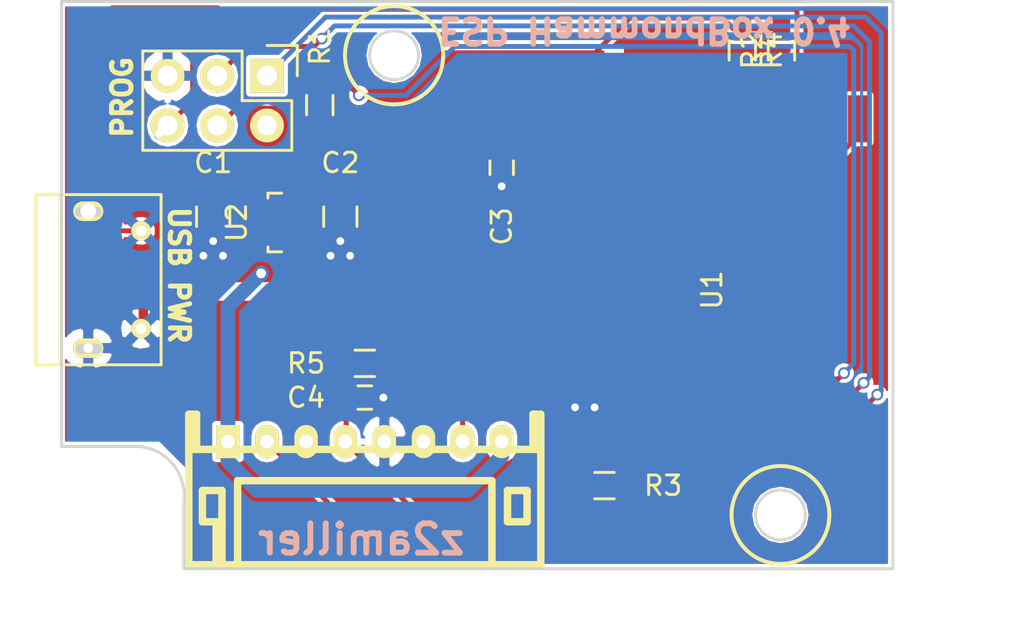
<source format=kicad_pcb>
(kicad_pcb (version 4) (host pcbnew 4.0.3-rc7-stable)

  (general
    (links 41)
    (no_connects 0)
    (area 99.924999 49.924999 142.575001 79.075001)
    (thickness 1.6)
    (drawings 26)
    (tracks 142)
    (zones 0)
    (modules 14)
    (nets 26)
  )

  (page A4)
  (layers
    (0 F.Cu signal)
    (31 B.Cu signal)
    (32 B.Adhes user)
    (33 F.Adhes user)
    (34 B.Paste user)
    (35 F.Paste user)
    (36 B.SilkS user)
    (37 F.SilkS user)
    (38 B.Mask user)
    (39 F.Mask user)
    (40 Dwgs.User user)
    (41 Cmts.User user)
    (42 Eco1.User user)
    (43 Eco2.User user)
    (44 Edge.Cuts user)
    (45 Margin user)
    (46 B.CrtYd user)
    (47 F.CrtYd user)
    (48 B.Fab user)
    (49 F.Fab user)
  )

  (setup
    (last_trace_width 0.25)
    (trace_clearance 0.2)
    (zone_clearance 0.1)
    (zone_45_only yes)
    (trace_min 0.2)
    (segment_width 0.2)
    (edge_width 0.15)
    (via_size 0.6)
    (via_drill 0.4)
    (via_min_size 0.4)
    (via_min_drill 0.3)
    (uvia_size 0.3)
    (uvia_drill 0.1)
    (uvias_allowed no)
    (uvia_min_size 0.2)
    (uvia_min_drill 0.1)
    (pcb_text_width 0.3)
    (pcb_text_size 1.5 1.5)
    (mod_edge_width 0.15)
    (mod_text_size 1 1)
    (mod_text_width 0.15)
    (pad_size 1.55 1)
    (pad_drill 0.8)
    (pad_to_mask_clearance 0.2)
    (aux_axis_origin 100 79)
    (grid_origin 100 50)
    (visible_elements FFFEFF7F)
    (pcbplotparams
      (layerselection 0x010f0_ffffffff)
      (usegerberextensions true)
      (excludeedgelayer false)
      (linewidth 0.100000)
      (plotframeref false)
      (viasonmask false)
      (mode 1)
      (useauxorigin false)
      (hpglpennumber 1)
      (hpglpenspeed 20)
      (hpglpendiameter 15)
      (hpglpenoverlay 2)
      (psnegative false)
      (psa4output false)
      (plotreference true)
      (plotvalue true)
      (plotinvisibletext false)
      (padsonsilk false)
      (subtractmaskfromsilk false)
      (outputformat 1)
      (mirror false)
      (drillshape 0)
      (scaleselection 1)
      (outputdirectory gerber))
  )

  (net 0 "")
  (net 1 GND)
  (net 2 +5V)
  (net 3 +3V3)
  (net 4 GPIO12)
  (net 5 "Net-(U1-Pad9)")
  (net 6 "Net-(U1-Pad10)")
  (net 7 "Net-(U1-Pad11)")
  (net 8 "Net-(U1-Pad13)")
  (net 9 "Net-(U1-Pad14)")
  (net 10 ADC)
  (net 11 GPIO14)
  (net 12 GPIO13)
  (net 13 "Net-(R3-Pad1)")
  (net 14 "Net-(U1-Pad17)")
  (net 15 GPIO0)
  (net 16 GPIO4)
  (net 17 GPIO5)
  (net 18 RXD)
  (net 19 TXD)
  (net 20 "Net-(P1-Pad2)")
  (net 21 "Net-(P1-Pad3)")
  (net 22 "Net-(P1-Pad4)")
  (net 23 "Net-(U1-Pad12)")
  (net 24 CH_PD)
  (net 25 RST)

  (net_class Default "This is the default net class."
    (clearance 0.2)
    (trace_width 0.25)
    (via_dia 0.6)
    (via_drill 0.4)
    (uvia_dia 0.3)
    (uvia_drill 0.1)
    (add_net +3V3)
    (add_net ADC)
    (add_net CH_PD)
    (add_net GND)
    (add_net GPIO0)
    (add_net GPIO12)
    (add_net GPIO13)
    (add_net GPIO14)
    (add_net GPIO4)
    (add_net GPIO5)
    (add_net "Net-(P1-Pad2)")
    (add_net "Net-(P1-Pad3)")
    (add_net "Net-(P1-Pad4)")
    (add_net "Net-(R3-Pad1)")
    (add_net "Net-(U1-Pad10)")
    (add_net "Net-(U1-Pad11)")
    (add_net "Net-(U1-Pad12)")
    (add_net "Net-(U1-Pad13)")
    (add_net "Net-(U1-Pad14)")
    (add_net "Net-(U1-Pad17)")
    (add_net "Net-(U1-Pad9)")
    (add_net RST)
    (add_net RXD)
    (add_net TXD)
  )

  (net_class 5v ""
    (clearance 0.2)
    (trace_width 0.75)
    (via_dia 0.8)
    (via_drill 0.5)
    (uvia_dia 0.3)
    (uvia_drill 0.1)
    (add_net +5V)
  )

  (module TO_SOT_Packages_SMD:SOT-23 (layer F.Cu) (tedit 57810DC1) (tstamp 570A76AA)
    (at 111.2 61.3 90)
    (descr "SOT-23, Standard")
    (tags SOT-23)
    (path /5781141D)
    (attr smd)
    (fp_text reference U2 (at 0 -2.25 90) (layer F.SilkS)
      (effects (font (size 1 1) (thickness 0.15)))
    )
    (fp_text value AP1117D15 (at 0 2.3 90) (layer F.Fab)
      (effects (font (size 1 1) (thickness 0.15)))
    )
    (fp_line (start -1.65 -1.6) (end 1.65 -1.6) (layer F.CrtYd) (width 0.05))
    (fp_line (start 1.65 -1.6) (end 1.65 1.6) (layer F.CrtYd) (width 0.05))
    (fp_line (start 1.65 1.6) (end -1.65 1.6) (layer F.CrtYd) (width 0.05))
    (fp_line (start -1.65 1.6) (end -1.65 -1.6) (layer F.CrtYd) (width 0.05))
    (fp_line (start 1.29916 -0.65024) (end 1.2509 -0.65024) (layer F.SilkS) (width 0.15))
    (fp_line (start -1.49982 0.0508) (end -1.49982 -0.65024) (layer F.SilkS) (width 0.15))
    (fp_line (start -1.49982 -0.65024) (end -1.2509 -0.65024) (layer F.SilkS) (width 0.15))
    (fp_line (start 1.29916 -0.65024) (end 1.49982 -0.65024) (layer F.SilkS) (width 0.15))
    (fp_line (start 1.49982 -0.65024) (end 1.49982 0.0508) (layer F.SilkS) (width 0.15))
    (pad 1 smd rect (at -0.95 1.00076 90) (size 0.8001 0.8001) (layers F.Cu F.Paste F.Mask)
      (net 1 GND))
    (pad 2 smd rect (at 0.95 1.00076 90) (size 0.8001 0.8001) (layers F.Cu F.Paste F.Mask)
      (net 3 +3V3))
    (pad 3 smd rect (at 0 -0.99822 90) (size 0.8001 0.8001) (layers F.Cu F.Paste F.Mask)
      (net 2 +5V))
    (model TO_SOT_Packages_SMD.3dshapes/SOT-23.wrl
      (at (xyz 0 0 0))
      (scale (xyz 1 1 1))
      (rotate (xyz 0 0 0))
    )
  )

  (module Capacitors_SMD:C_0805_HandSoldering (layer F.Cu) (tedit 570ABF3C) (tstamp 570A766A)
    (at 107.75 61 90)
    (descr "Capacitor SMD 0805, hand soldering")
    (tags "capacitor 0805")
    (path /570A634E)
    (attr smd)
    (fp_text reference C1 (at 2.75 0 360) (layer F.SilkS)
      (effects (font (size 1 1) (thickness 0.15)))
    )
    (fp_text value 10uf (at 0 2.1 90) (layer F.Fab)
      (effects (font (size 1 1) (thickness 0.15)))
    )
    (fp_line (start -2.3 -1) (end 2.3 -1) (layer F.CrtYd) (width 0.05))
    (fp_line (start -2.3 1) (end 2.3 1) (layer F.CrtYd) (width 0.05))
    (fp_line (start -2.3 -1) (end -2.3 1) (layer F.CrtYd) (width 0.05))
    (fp_line (start 2.3 -1) (end 2.3 1) (layer F.CrtYd) (width 0.05))
    (fp_line (start 0.5 -0.85) (end -0.5 -0.85) (layer F.SilkS) (width 0.15))
    (fp_line (start -0.5 0.85) (end 0.5 0.85) (layer F.SilkS) (width 0.15))
    (pad 1 smd rect (at -1.25 0 90) (size 1.5 1.25) (layers F.Cu F.Paste F.Mask)
      (net 1 GND))
    (pad 2 smd rect (at 1.25 0 90) (size 1.5 1.25) (layers F.Cu F.Paste F.Mask)
      (net 2 +5V))
    (model Capacitors_SMD.3dshapes/C_0805_HandSoldering.wrl
      (at (xyz 0 0 0))
      (scale (xyz 1 1 1))
      (rotate (xyz 0 0 0))
    )
  )

  (module Capacitors_SMD:C_0805_HandSoldering (layer F.Cu) (tedit 570ABF50) (tstamp 570A7670)
    (at 114.25 61 90)
    (descr "Capacitor SMD 0805, hand soldering")
    (tags "capacitor 0805")
    (path /570A63A8)
    (attr smd)
    (fp_text reference C2 (at 2.75 0 180) (layer F.SilkS)
      (effects (font (size 1 1) (thickness 0.15)))
    )
    (fp_text value 10uf (at 0 2.1 90) (layer F.Fab)
      (effects (font (size 1 1) (thickness 0.15)))
    )
    (fp_line (start -2.3 -1) (end 2.3 -1) (layer F.CrtYd) (width 0.05))
    (fp_line (start -2.3 1) (end 2.3 1) (layer F.CrtYd) (width 0.05))
    (fp_line (start -2.3 -1) (end -2.3 1) (layer F.CrtYd) (width 0.05))
    (fp_line (start 2.3 -1) (end 2.3 1) (layer F.CrtYd) (width 0.05))
    (fp_line (start 0.5 -0.85) (end -0.5 -0.85) (layer F.SilkS) (width 0.15))
    (fp_line (start -0.5 0.85) (end 0.5 0.85) (layer F.SilkS) (width 0.15))
    (pad 1 smd rect (at -1.25 0 90) (size 1.5 1.25) (layers F.Cu F.Paste F.Mask)
      (net 1 GND))
    (pad 2 smd rect (at 1.25 0 90) (size 1.5 1.25) (layers F.Cu F.Paste F.Mask)
      (net 3 +3V3))
    (model Capacitors_SMD.3dshapes/C_0805_HandSoldering.wrl
      (at (xyz 0 0 0))
      (scale (xyz 1 1 1))
      (rotate (xyz 0 0 0))
    )
  )

  (module Capacitors_SMD:C_0603_HandSoldering (layer F.Cu) (tedit 570ABDC3) (tstamp 570A7676)
    (at 122.5 58.5 90)
    (descr "Capacitor SMD 0603, hand soldering")
    (tags "capacitor 0603")
    (path /570A6893)
    (attr smd)
    (fp_text reference C3 (at -3 0 90) (layer F.SilkS)
      (effects (font (size 1 1) (thickness 0.15)))
    )
    (fp_text value 100nf (at 0 1.9 90) (layer F.Fab)
      (effects (font (size 1 1) (thickness 0.15)))
    )
    (fp_line (start -1.85 -0.75) (end 1.85 -0.75) (layer F.CrtYd) (width 0.05))
    (fp_line (start -1.85 0.75) (end 1.85 0.75) (layer F.CrtYd) (width 0.05))
    (fp_line (start -1.85 -0.75) (end -1.85 0.75) (layer F.CrtYd) (width 0.05))
    (fp_line (start 1.85 -0.75) (end 1.85 0.75) (layer F.CrtYd) (width 0.05))
    (fp_line (start -0.35 -0.6) (end 0.35 -0.6) (layer F.SilkS) (width 0.15))
    (fp_line (start 0.35 0.6) (end -0.35 0.6) (layer F.SilkS) (width 0.15))
    (pad 1 smd rect (at -0.95 0 90) (size 1.2 0.75) (layers F.Cu F.Paste F.Mask)
      (net 1 GND))
    (pad 2 smd rect (at 0.95 0 90) (size 1.2 0.75) (layers F.Cu F.Paste F.Mask)
      (net 3 +3V3))
    (model Capacitors_SMD.3dshapes/C_0603_HandSoldering.wrl
      (at (xyz 0 0 0))
      (scale (xyz 1 1 1))
      (rotate (xyz 0 0 0))
    )
  )

  (module Capacitors_SMD:C_0603_HandSoldering (layer F.Cu) (tedit 570AFC4E) (tstamp 570A767C)
    (at 115.5 70.25 180)
    (descr "Capacitor SMD 0603, hand soldering")
    (tags "capacitor 0603")
    (path /570A971F)
    (attr smd)
    (fp_text reference C4 (at 3 0 180) (layer F.SilkS)
      (effects (font (size 1 1) (thickness 0.15)))
    )
    (fp_text value 100nf (at 0 1.9 180) (layer F.Fab)
      (effects (font (size 1 1) (thickness 0.15)))
    )
    (fp_line (start -1.85 -0.75) (end 1.85 -0.75) (layer F.CrtYd) (width 0.05))
    (fp_line (start -1.85 0.75) (end 1.85 0.75) (layer F.CrtYd) (width 0.05))
    (fp_line (start -1.85 -0.75) (end -1.85 0.75) (layer F.CrtYd) (width 0.05))
    (fp_line (start 1.85 -0.75) (end 1.85 0.75) (layer F.CrtYd) (width 0.05))
    (fp_line (start -0.35 -0.6) (end 0.35 -0.6) (layer F.SilkS) (width 0.15))
    (fp_line (start 0.35 0.6) (end -0.35 0.6) (layer F.SilkS) (width 0.15))
    (pad 1 smd rect (at -0.95 0 180) (size 1.2 0.75) (layers F.Cu F.Paste F.Mask)
      (net 1 GND))
    (pad 2 smd rect (at 0.95 0 180) (size 1.2 0.75) (layers F.Cu F.Paste F.Mask)
      (net 16 GPIO4))
    (model Capacitors_SMD.3dshapes/C_0603_HandSoldering.wrl
      (at (xyz 0 0 0))
      (scale (xyz 1 1 1))
      (rotate (xyz 0 0 0))
    )
  )

  (module ESP8266:ESP-12E (layer F.Cu) (tedit 570ABEEB) (tstamp 570A76A1)
    (at 140.75 56 270)
    (descr "Module, ESP-8266, ESP-12, 16 pad, SMD")
    (tags "Module ESP-8266 ESP8266")
    (path /5709C70B)
    (fp_text reference U1 (at 8.75 7.5 270) (layer F.SilkS)
      (effects (font (size 1 1) (thickness 0.15)))
    )
    (fp_text value ESP-12E (at 8 1 270) (layer F.Fab)
      (effects (font (size 1 1) (thickness 0.15)))
    )
    (fp_line (start 16 -8.4) (end 0 -2.6) (layer F.CrtYd) (width 0.1524))
    (fp_line (start 0 -8.4) (end 16 -2.6) (layer F.CrtYd) (width 0.1524))
    (fp_text user "No Copper" (at 7.9 -5.4 270) (layer F.CrtYd)
      (effects (font (size 1 1) (thickness 0.15)))
    )
    (fp_line (start 0 -8.4) (end 0 -2.6) (layer F.CrtYd) (width 0.1524))
    (fp_line (start 0 -2.6) (end 16 -2.6) (layer F.CrtYd) (width 0.1524))
    (fp_line (start 16 -2.6) (end 16 -8.4) (layer F.CrtYd) (width 0.1524))
    (fp_line (start 16 -8.4) (end 0 -8.4) (layer F.CrtYd) (width 0.1524))
    (fp_line (start 16 -8.4) (end 16 15.6) (layer F.Fab) (width 0.1524))
    (fp_line (start 16 15.6) (end 0 15.6) (layer F.Fab) (width 0.1524))
    (fp_line (start 0 15.6) (end 0 -8.4) (layer F.Fab) (width 0.1524))
    (fp_line (start 0 -8.4) (end 16 -8.4) (layer F.Fab) (width 0.1524))
    (pad 9 smd oval (at 2.99 15.75) (size 2.4 1.1) (layers F.Cu F.Paste F.Mask)
      (net 5 "Net-(U1-Pad9)"))
    (pad 10 smd oval (at 4.99 15.75) (size 2.4 1.1) (layers F.Cu F.Paste F.Mask)
      (net 6 "Net-(U1-Pad10)"))
    (pad 11 smd oval (at 6.99 15.75) (size 2.4 1.1) (layers F.Cu F.Paste F.Mask)
      (net 7 "Net-(U1-Pad11)"))
    (pad 12 smd oval (at 8.99 15.75) (size 2.4 1.1) (layers F.Cu F.Paste F.Mask)
      (net 23 "Net-(U1-Pad12)"))
    (pad 13 smd oval (at 10.99 15.75) (size 2.4 1.1) (layers F.Cu F.Paste F.Mask)
      (net 8 "Net-(U1-Pad13)"))
    (pad 14 smd oval (at 12.99 15.75) (size 2.4 1.1) (layers F.Cu F.Paste F.Mask)
      (net 9 "Net-(U1-Pad14)"))
    (pad 1 smd rect (at 0 0 270) (size 2.4 1.1) (layers F.Cu F.Paste F.Mask)
      (net 25 RST))
    (pad 2 smd oval (at 0 2 270) (size 2.4 1.1) (layers F.Cu F.Paste F.Mask)
      (net 10 ADC))
    (pad 3 smd oval (at 0 4 270) (size 2.4 1.1) (layers F.Cu F.Paste F.Mask)
      (net 24 CH_PD))
    (pad 4 smd oval (at 0 6 270) (size 2.4 1.1) (layers F.Cu F.Paste F.Mask)
      (net 25 RST))
    (pad 5 smd oval (at 0 8 270) (size 2.4 1.1) (layers F.Cu F.Paste F.Mask)
      (net 11 GPIO14))
    (pad 6 smd oval (at 0 10 270) (size 2.4 1.1) (layers F.Cu F.Paste F.Mask)
      (net 4 GPIO12))
    (pad 7 smd oval (at 0 12 270) (size 2.4 1.1) (layers F.Cu F.Paste F.Mask)
      (net 12 GPIO13))
    (pad 8 smd oval (at 0 14 270) (size 2.4 1.1) (layers F.Cu F.Paste F.Mask)
      (net 3 +3V3))
    (pad 15 smd oval (at 16 14 270) (size 2.4 1.1) (layers F.Cu F.Paste F.Mask)
      (net 1 GND) (zone_connect 2))
    (pad 16 smd oval (at 16 12 270) (size 2.4 1.1) (layers F.Cu F.Paste F.Mask)
      (net 13 "Net-(R3-Pad1)"))
    (pad 17 smd oval (at 16 10 270) (size 2.4 1.1) (layers F.Cu F.Paste F.Mask)
      (net 14 "Net-(U1-Pad17)"))
    (pad 18 smd oval (at 16 8 270) (size 2.4 1.1) (layers F.Cu F.Paste F.Mask)
      (net 15 GPIO0))
    (pad 19 smd oval (at 16 6 270) (size 2.4 1.1) (layers F.Cu F.Paste F.Mask)
      (net 16 GPIO4))
    (pad 20 smd oval (at 16 4 270) (size 2.4 1.1) (layers F.Cu F.Paste F.Mask)
      (net 17 GPIO5))
    (pad 21 smd oval (at 16 2 270) (size 2.4 1.1) (layers F.Cu F.Paste F.Mask)
      (net 18 RXD))
    (pad 22 smd oval (at 16 0 270) (size 2.4 1.1) (layers F.Cu F.Paste F.Mask)
      (net 19 TXD))
    (model ESP8266.3dshapes/ESP-12.wrl
      (at (xyz 0.04 0 0))
      (scale (xyz 0.3937 0.3937 0.3937))
      (rotate (xyz 0 0 0))
    )
  )

  (module Connect:USB_Micro-B (layer F.Cu) (tedit 57811738) (tstamp 570A7706)
    (at 102.5 64.225 270)
    (descr "Micro USB Type B Receptacle")
    (tags "USB USB_B USB_micro USB_OTG")
    (path /5709C5AC)
    (solder_mask_margin 0.05)
    (attr smd)
    (fp_text reference P1 (at 0 -3.45 270) (layer F.SilkS) hide
      (effects (font (size 1 1) (thickness 0.15)))
    )
    (fp_text value USB_OTG (at 0 4.8 270) (layer F.Fab)
      (effects (font (size 1 1) (thickness 0.15)))
    )
    (fp_line (start -4.6 -2.8) (end 4.6 -2.8) (layer F.CrtYd) (width 0.05))
    (fp_line (start 4.6 -2.8) (end 4.6 4.05) (layer F.CrtYd) (width 0.05))
    (fp_line (start 4.6 4.05) (end -4.6 4.05) (layer F.CrtYd) (width 0.05))
    (fp_line (start -4.6 4.05) (end -4.6 -2.8) (layer F.CrtYd) (width 0.05))
    (fp_line (start -4.3509 3.81746) (end 4.3491 3.81746) (layer F.SilkS) (width 0.15))
    (fp_line (start -4.3509 -2.58754) (end 4.3491 -2.58754) (layer F.SilkS) (width 0.15))
    (fp_line (start 4.3491 -2.58754) (end 4.3491 3.81746) (layer F.SilkS) (width 0.15))
    (fp_line (start 4.3491 2.58746) (end -4.3509 2.58746) (layer F.SilkS) (width 0.15))
    (fp_line (start -4.3509 3.81746) (end -4.3509 -2.58754) (layer F.SilkS) (width 0.15))
    (pad 1 smd rect (at -1.3009 -1.56254) (size 1.35 0.4) (layers F.Cu F.Paste F.Mask)
      (net 2 +5V))
    (pad 2 smd rect (at -0.6509 -1.56254) (size 1.35 0.4) (layers F.Cu F.Paste F.Mask)
      (net 20 "Net-(P1-Pad2)"))
    (pad 3 smd rect (at -0.0009 -1.56254) (size 1.35 0.4) (layers F.Cu F.Paste F.Mask)
      (net 21 "Net-(P1-Pad3)"))
    (pad 4 smd rect (at 0.6491 -1.56254) (size 1.35 0.4) (layers F.Cu F.Paste F.Mask)
      (net 22 "Net-(P1-Pad4)"))
    (pad 5 smd rect (at 1.2991 -1.56254) (size 1.35 0.4) (layers F.Cu F.Paste F.Mask)
      (net 1 GND))
    (pad 6 thru_hole circle (at -2.5009 -1.56254) (size 1 1) (drill 0.55) (layers *.Cu *.Mask F.SilkS)
      (net 1 GND))
    (pad 6 thru_hole circle (at 2.4991 -1.56254) (size 1 1) (drill 0.55) (layers *.Cu *.Mask F.SilkS)
      (net 1 GND))
    (pad 6 thru_hole oval (at -3.5009 1.13746) (size 1.55 1) (drill 0.8) (layers *.Cu *.Mask F.SilkS)
      (net 1 GND) (zone_connect 2))
    (pad 6 thru_hole oval (at 3.4991 1.13746) (size 1.55 1) (drill 0.5) (layers *.Cu *.Mask F.SilkS)
      (net 1 GND))
    (model "/Library/Application Support/kicad/packages3d/conn_pc/usb_B_micro_smd.wrl"
      (at (xyz 0 0 0))
      (scale (xyz 1 1 1))
      (rotate (xyz 0 0 0))
    )
  )

  (module Pin_Headers:Pin_Header_Straight_2x03 (layer F.Cu) (tedit 570ABD21) (tstamp 570A7710)
    (at 110.5 53.8 270)
    (descr "Through hole pin header")
    (tags "pin header")
    (path /570A7FB9)
    (fp_text reference P2 (at 0 -5.1 270) (layer F.SilkS) hide
      (effects (font (size 1 1) (thickness 0.15)))
    )
    (fp_text value CONN_02X03 (at 0 -3.1 270) (layer F.Fab) hide
      (effects (font (size 1 1) (thickness 0.15)))
    )
    (fp_line (start -1.27 1.27) (end -1.27 6.35) (layer F.SilkS) (width 0.15))
    (fp_line (start -1.55 -1.55) (end 0 -1.55) (layer F.SilkS) (width 0.15))
    (fp_line (start -1.75 -1.75) (end -1.75 6.85) (layer F.CrtYd) (width 0.05))
    (fp_line (start 4.3 -1.75) (end 4.3 6.85) (layer F.CrtYd) (width 0.05))
    (fp_line (start -1.75 -1.75) (end 4.3 -1.75) (layer F.CrtYd) (width 0.05))
    (fp_line (start -1.75 6.85) (end 4.3 6.85) (layer F.CrtYd) (width 0.05))
    (fp_line (start 1.27 -1.27) (end 1.27 1.27) (layer F.SilkS) (width 0.15))
    (fp_line (start 1.27 1.27) (end -1.27 1.27) (layer F.SilkS) (width 0.15))
    (fp_line (start -1.27 6.35) (end 3.81 6.35) (layer F.SilkS) (width 0.15))
    (fp_line (start 3.81 6.35) (end 3.81 1.27) (layer F.SilkS) (width 0.15))
    (fp_line (start -1.55 -1.55) (end -1.55 0) (layer F.SilkS) (width 0.15))
    (fp_line (start 3.81 -1.27) (end 1.27 -1.27) (layer F.SilkS) (width 0.15))
    (fp_line (start 3.81 1.27) (end 3.81 -1.27) (layer F.SilkS) (width 0.15))
    (pad 1 thru_hole rect (at 0 0 270) (size 1.7272 1.7272) (drill 1.016) (layers *.Cu *.Mask F.SilkS)
      (net 19 TXD))
    (pad 2 thru_hole oval (at 2.54 0 270) (size 1.7272 1.7272) (drill 1.016) (layers *.Cu *.Mask F.SilkS)
      (net 3 +3V3))
    (pad 3 thru_hole oval (at 0 2.54 270) (size 1.7272 1.7272) (drill 1.016) (layers *.Cu *.Mask F.SilkS)
      (net 18 RXD))
    (pad 4 thru_hole oval (at 2.54 2.54 270) (size 1.7272 1.7272) (drill 1.016) (layers *.Cu *.Mask F.SilkS)
      (net 15 GPIO0))
    (pad 5 thru_hole oval (at 0 5.08 270) (size 1.7272 1.7272) (drill 1.016) (layers *.Cu *.Mask F.SilkS)
      (net 1 GND))
    (pad 6 thru_hole oval (at 2.54 5.08 270) (size 1.7272 1.7272) (drill 1.016) (layers *.Cu *.Mask F.SilkS)
      (net 24 CH_PD))
    (model Pin_Headers.3dshapes/Pin_Header_Straight_2x03.wrl
      (at (xyz 0.05 -0.1 0))
      (scale (xyz 1 1 1))
      (rotate (xyz 0 0 90))
    )
  )

  (module Resistors_SMD:R_0603_HandSoldering (layer F.Cu) (tedit 570ABD40) (tstamp 570A7722)
    (at 113.2 55.3 90)
    (descr "Resistor SMD 0603, hand soldering")
    (tags "resistor 0603")
    (path /570A806C)
    (attr smd)
    (fp_text reference R1 (at 3 0 90) (layer F.SilkS)
      (effects (font (size 1 1) (thickness 0.15)))
    )
    (fp_text value 10k (at 0 1.9 90) (layer F.Fab)
      (effects (font (size 1 1) (thickness 0.15)))
    )
    (fp_line (start -2 -0.8) (end 2 -0.8) (layer F.CrtYd) (width 0.05))
    (fp_line (start -2 0.8) (end 2 0.8) (layer F.CrtYd) (width 0.05))
    (fp_line (start -2 -0.8) (end -2 0.8) (layer F.CrtYd) (width 0.05))
    (fp_line (start 2 -0.8) (end 2 0.8) (layer F.CrtYd) (width 0.05))
    (fp_line (start 0.5 0.675) (end -0.5 0.675) (layer F.SilkS) (width 0.15))
    (fp_line (start -0.5 -0.675) (end 0.5 -0.675) (layer F.SilkS) (width 0.15))
    (pad 1 smd rect (at -1.1 0 90) (size 1.2 0.9) (layers F.Cu F.Paste F.Mask)
      (net 3 +3V3))
    (pad 2 smd rect (at 1.1 0 90) (size 1.2 0.9) (layers F.Cu F.Paste F.Mask)
      (net 15 GPIO0))
    (model Resistors_SMD.3dshapes/R_0603_HandSoldering.wrl
      (at (xyz 0 0 0))
      (scale (xyz 1 1 1))
      (rotate (xyz 0 0 0))
    )
  )

  (module Resistors_SMD:R_0603_HandSoldering (layer F.Cu) (tedit 570ABDEA) (tstamp 570A7728)
    (at 136.8 52.5 270)
    (descr "Resistor SMD 0603, hand soldering")
    (tags "resistor 0603")
    (path /570A80B7)
    (attr smd)
    (fp_text reference R2 (at 0 1.5 270) (layer F.SilkS)
      (effects (font (size 1 1) (thickness 0.15)))
    )
    (fp_text value 10k (at 0 1.9 270) (layer F.Fab)
      (effects (font (size 1 1) (thickness 0.15)))
    )
    (fp_line (start -2 -0.8) (end 2 -0.8) (layer F.CrtYd) (width 0.05))
    (fp_line (start -2 0.8) (end 2 0.8) (layer F.CrtYd) (width 0.05))
    (fp_line (start -2 -0.8) (end -2 0.8) (layer F.CrtYd) (width 0.05))
    (fp_line (start 2 -0.8) (end 2 0.8) (layer F.CrtYd) (width 0.05))
    (fp_line (start 0.5 0.675) (end -0.5 0.675) (layer F.SilkS) (width 0.15))
    (fp_line (start -0.5 -0.675) (end 0.5 -0.675) (layer F.SilkS) (width 0.15))
    (pad 1 smd rect (at -1.1 0 270) (size 1.2 0.9) (layers F.Cu F.Paste F.Mask)
      (net 3 +3V3))
    (pad 2 smd rect (at 1.1 0 270) (size 1.2 0.9) (layers F.Cu F.Paste F.Mask)
      (net 24 CH_PD))
    (model Resistors_SMD.3dshapes/R_0603_HandSoldering.wrl
      (at (xyz 0 0 0))
      (scale (xyz 1 1 1))
      (rotate (xyz 0 0 0))
    )
  )

  (module Resistors_SMD:R_0603_HandSoldering (layer F.Cu) (tedit 570ABDD4) (tstamp 570A772E)
    (at 127.75 74.75 180)
    (descr "Resistor SMD 0603, hand soldering")
    (tags "resistor 0603")
    (path /570A85CA)
    (attr smd)
    (fp_text reference R3 (at -3 0 180) (layer F.SilkS)
      (effects (font (size 1 1) (thickness 0.15)))
    )
    (fp_text value 10k (at 0 1.9 180) (layer F.Fab)
      (effects (font (size 1 1) (thickness 0.15)))
    )
    (fp_line (start -2 -0.8) (end 2 -0.8) (layer F.CrtYd) (width 0.05))
    (fp_line (start -2 0.8) (end 2 0.8) (layer F.CrtYd) (width 0.05))
    (fp_line (start -2 -0.8) (end -2 0.8) (layer F.CrtYd) (width 0.05))
    (fp_line (start 2 -0.8) (end 2 0.8) (layer F.CrtYd) (width 0.05))
    (fp_line (start 0.5 0.675) (end -0.5 0.675) (layer F.SilkS) (width 0.15))
    (fp_line (start -0.5 -0.675) (end 0.5 -0.675) (layer F.SilkS) (width 0.15))
    (pad 1 smd rect (at -1.1 0 180) (size 1.2 0.9) (layers F.Cu F.Paste F.Mask)
      (net 13 "Net-(R3-Pad1)"))
    (pad 2 smd rect (at 1.1 0 180) (size 1.2 0.9) (layers F.Cu F.Paste F.Mask)
      (net 1 GND))
    (model Resistors_SMD.3dshapes/R_0603_HandSoldering.wrl
      (at (xyz 0 0 0))
      (scale (xyz 1 1 1))
      (rotate (xyz 0 0 0))
    )
  )

  (module Resistors_SMD:R_0603_HandSoldering (layer F.Cu) (tedit 570ABDEC) (tstamp 570A7734)
    (at 134.8 52.5 270)
    (descr "Resistor SMD 0603, hand soldering")
    (tags "resistor 0603")
    (path /570A899B)
    (attr smd)
    (fp_text reference R4 (at 0 -1.5 270) (layer F.SilkS)
      (effects (font (size 1 1) (thickness 0.15)))
    )
    (fp_text value 10k (at 0 1.9 270) (layer F.Fab)
      (effects (font (size 1 1) (thickness 0.15)))
    )
    (fp_line (start -2 -0.8) (end 2 -0.8) (layer F.CrtYd) (width 0.05))
    (fp_line (start -2 0.8) (end 2 0.8) (layer F.CrtYd) (width 0.05))
    (fp_line (start -2 -0.8) (end -2 0.8) (layer F.CrtYd) (width 0.05))
    (fp_line (start 2 -0.8) (end 2 0.8) (layer F.CrtYd) (width 0.05))
    (fp_line (start 0.5 0.675) (end -0.5 0.675) (layer F.SilkS) (width 0.15))
    (fp_line (start -0.5 -0.675) (end 0.5 -0.675) (layer F.SilkS) (width 0.15))
    (pad 1 smd rect (at -1.1 0 270) (size 1.2 0.9) (layers F.Cu F.Paste F.Mask)
      (net 3 +3V3))
    (pad 2 smd rect (at 1.1 0 270) (size 1.2 0.9) (layers F.Cu F.Paste F.Mask)
      (net 25 RST))
    (model Resistors_SMD.3dshapes/R_0603_HandSoldering.wrl
      (at (xyz 0 0 0))
      (scale (xyz 1 1 1))
      (rotate (xyz 0 0 0))
    )
  )

  (module Resistors_SMD:R_0603_HandSoldering (layer F.Cu) (tedit 570ABD60) (tstamp 570A773A)
    (at 115.5 68.5 180)
    (descr "Resistor SMD 0603, hand soldering")
    (tags "resistor 0603")
    (path /570A96CC)
    (attr smd)
    (fp_text reference R5 (at 3 0 180) (layer F.SilkS)
      (effects (font (size 1 1) (thickness 0.15)))
    )
    (fp_text value 10k (at 0 1.9 180) (layer F.Fab)
      (effects (font (size 1 1) (thickness 0.15)))
    )
    (fp_line (start -2 -0.8) (end 2 -0.8) (layer F.CrtYd) (width 0.05))
    (fp_line (start -2 0.8) (end 2 0.8) (layer F.CrtYd) (width 0.05))
    (fp_line (start -2 -0.8) (end -2 0.8) (layer F.CrtYd) (width 0.05))
    (fp_line (start 2 -0.8) (end 2 0.8) (layer F.CrtYd) (width 0.05))
    (fp_line (start 0.5 0.675) (end -0.5 0.675) (layer F.SilkS) (width 0.15))
    (fp_line (start -0.5 -0.675) (end 0.5 -0.675) (layer F.SilkS) (width 0.15))
    (pad 1 smd rect (at -1.1 0 180) (size 1.2 0.9) (layers F.Cu F.Paste F.Mask)
      (net 3 +3V3))
    (pad 2 smd rect (at 1.1 0 180) (size 1.2 0.9) (layers F.Cu F.Paste F.Mask)
      (net 16 GPIO4))
    (model Resistors_SMD.3dshapes/R_0603_HandSoldering.wrl
      (at (xyz 0 0 0))
      (scale (xyz 1 1 1))
      (rotate (xyz 0 0 0))
    )
  )

  (module w_conn_jst-ph:s8b-ph-kl (layer F.Cu) (tedit 578116CF) (tstamp 570A771C)
    (at 115.5 72.5)
    (descr "JST PH series connector, S8B-PH-KL")
    (path /570A9242)
    (fp_text reference P3 (at -5.75 -3.75 90) (layer F.SilkS) hide
      (effects (font (thickness 0.3048)))
    )
    (fp_text value CONN_01X08 (at 0 7.80034) (layer F.Fab)
      (effects (font (thickness 0.3048)))
    )
    (fp_line (start -6.49986 1.99898) (end 6.49986 1.99898) (layer F.SilkS) (width 0.381))
    (fp_line (start 8.99922 6.2992) (end -8.99922 6.2992) (layer F.SilkS) (width 0.381))
    (fp_line (start -8.99922 0.39878) (end 8.99922 0.39878) (layer F.SilkS) (width 0.381))
    (fp_line (start -7.29996 4.09956) (end -7.29996 6.2992) (layer F.SilkS) (width 0.381))
    (fp_line (start -7.29996 6.2992) (end -7.59968 6.2992) (layer F.SilkS) (width 0.381))
    (fp_line (start -7.59968 6.2992) (end -7.59968 4.09956) (layer F.SilkS) (width 0.381))
    (fp_line (start 6.49986 1.99898) (end 6.49986 6.2992) (layer F.SilkS) (width 0.381))
    (fp_line (start -6.49986 1.99898) (end -6.49986 6.2992) (layer F.SilkS) (width 0.381))
    (fp_line (start 7.29742 4.09956) (end 7.29742 2.49936) (layer F.SilkS) (width 0.381))
    (fp_line (start 8.29818 4.09956) (end 7.29742 4.09956) (layer F.SilkS) (width 0.381))
    (fp_line (start 8.29818 2.49936) (end 8.29818 4.09956) (layer F.SilkS) (width 0.381))
    (fp_line (start 7.29742 2.49936) (end 8.29818 2.49936) (layer F.SilkS) (width 0.381))
    (fp_line (start -8.30072 2.49936) (end -7.29996 2.49936) (layer F.SilkS) (width 0.381))
    (fp_line (start -7.29996 2.49936) (end -7.29996 4.09956) (layer F.SilkS) (width 0.381))
    (fp_line (start -7.29996 4.09956) (end -8.30072 4.09956) (layer F.SilkS) (width 0.381))
    (fp_line (start -8.30072 4.09956) (end -8.30072 2.49936) (layer F.SilkS) (width 0.381))
    (fp_line (start 8.79856 -1.39954) (end 8.79856 0.39878) (layer F.SilkS) (width 0.381))
    (fp_line (start -8.79602 -1.39954) (end -8.79602 0.39878) (layer F.SilkS) (width 0.381))
    (fp_line (start 8.99922 6.2992) (end 8.99922 -1.39954) (layer F.SilkS) (width 0.381))
    (fp_line (start 8.99922 -1.39954) (end 8.60044 -1.39954) (layer F.SilkS) (width 0.381))
    (fp_line (start 8.60044 -1.39954) (end 8.60044 0.39878) (layer F.SilkS) (width 0.381))
    (fp_line (start -8.5979 0.39878) (end -8.5979 -1.39954) (layer F.SilkS) (width 0.381))
    (fp_line (start -8.5979 -1.39954) (end -8.99668 -1.39954) (layer F.SilkS) (width 0.381))
    (fp_line (start -8.99668 -1.39954) (end -8.99668 6.2992) (layer F.SilkS) (width 0.381))
    (pad 1 thru_hole rect (at -7.00024 0) (size 1.19888 1.69926) (drill 0.70104) (layers *.Cu *.Mask F.SilkS)
      (net 2 +5V))
    (pad 2 thru_hole oval (at -5.00126 0) (size 1.19888 1.69926) (drill 0.70104) (layers *.Cu *.Mask F.SilkS)
      (net 17 GPIO5))
    (pad 3 thru_hole oval (at -2.99974 0) (size 1.19888 1.69926) (drill 0.70104) (layers *.Cu *.Mask F.SilkS)
      (net 1 GND) (zone_connect 2))
    (pad 4 thru_hole oval (at -1.00076 0) (size 1.19888 1.69926) (drill 0.70104) (layers *.Cu *.Mask F.SilkS)
      (net 16 GPIO4))
    (pad 5 thru_hole oval (at 1.00076 0) (size 1.19888 1.69926) (drill 0.70104) (layers *.Cu *.Mask F.SilkS)
      (net 1 GND))
    (pad 6 thru_hole oval (at 2.99974 0) (size 1.19888 1.69926) (drill 0.70104) (layers *.Cu *.Mask F.SilkS)
      (net 1 GND) (zone_connect 2))
    (pad 7 thru_hole oval (at 5.00126 0) (size 1.19888 1.69926) (drill 0.70104) (layers *.Cu *.Mask F.SilkS)
      (net 12 GPIO13))
    (pad 8 thru_hole oval (at 7.00024 0) (size 1.19888 1.69926) (drill 0.70104) (layers *.Cu *.Mask F.SilkS)
      (net 2 +5V))
    (model walter/conn_jst-ph/s8b-ph-kl.wrl
      (at (xyz 0 0 0))
      (scale (xyz 1 1 1))
      (rotate (xyz 0 0 0))
    )
  )

  (gr_line (start 100.975 67.75) (end 101.8 67.75) (angle 90) (layer Edge.Cuts) (width 0.5) (tstamp 5719B172))
  (gr_line (start 101.775 60.575) (end 101.775 60.55) (angle 90) (layer Edge.Cuts) (width 0.15))
  (gr_line (start 100.95 60.75) (end 101.775 60.75) (angle 90) (layer Edge.Cuts) (width 0.5))
  (gr_line (start 101.875 60.775) (end 101.875 60.7) (angle 90) (layer Edge.Cuts) (width 0.15))
  (gr_line (start 100.8 60.9) (end 100.8 60.7) (angle 90) (layer Edge.Cuts) (width 0.15))
  (gr_line (start 101.9 60.6) (end 101.9 60.9) (angle 90) (layer Edge.Cuts) (width 0.15))
  (gr_text "ESP HammondBox 0.4" (at 129.8 51.475 180) (layer B.SilkS)
    (effects (font (size 1.25 1.25) (thickness 0.3)) (justify mirror))
  )
  (gr_text z2amiller (at 115.325 77.5) (layer B.SilkS)
    (effects (font (size 1.5 1.5) (thickness 0.3)) (justify mirror))
  )
  (gr_text PROG (at 103.1 54.9 90) (layer F.SilkS)
    (effects (font (size 1 1) (thickness 0.25)))
  )
  (gr_text "USB PWR" (at 106 64 270) (layer F.SilkS)
    (effects (font (size 1 1) (thickness 0.25)))
  )
  (gr_line (start 142.5 79) (end 106.25 79) (angle 90) (layer Edge.Cuts) (width 0.15))
  (gr_line (start 100 50) (end 142.25 50) (angle 90) (layer Edge.Cuts) (width 0.15))
  (gr_line (start 142.5 50) (end 100 50) (angle 90) (layer Edge.Cuts) (width 0.15))
  (gr_line (start 142.5 50.5) (end 142.5 50) (angle 90) (layer Edge.Cuts) (width 0.15))
  (gr_circle (center 136.75 76.25) (end 136.75 73.75) (layer F.SilkS) (width 0.2))
  (gr_circle (center 117 52.75) (end 116.75 50.25) (layer F.SilkS) (width 0.2))
  (gr_circle (center 136.75 76.25) (end 136.5 77.5) (layer Edge.Cuts) (width 0.15))
  (gr_circle (center 117 52.75) (end 117 51.5) (layer Edge.Cuts) (width 0.15))
  (gr_line (start 100 72.75) (end 100.25 72.75) (angle 90) (layer Edge.Cuts) (width 0.15))
  (gr_line (start 100 50) (end 100 72.75) (angle 90) (layer Edge.Cuts) (width 0.15))
  (gr_line (start 106.25 75.5) (end 106.25 79) (angle 90) (layer Edge.Cuts) (width 0.15))
  (gr_line (start 100 72.75) (end 102.75 72.75) (angle 90) (layer Edge.Cuts) (width 0.15))
  (gr_line (start 104 72.75) (end 100 72.75) (angle 90) (layer Edge.Cuts) (width 0.15))
  (gr_arc (start 103.75 75.25) (end 104 72.75) (angle 90) (layer Edge.Cuts) (width 0.15))
  (gr_line (start 100 50.5) (end 100 50) (angle 90) (layer Edge.Cuts) (width 0.15))
  (gr_line (start 142.5 79) (end 142.5 50.5) (angle 90) (layer Edge.Cuts) (width 0.15))

  (via (at 116.45 70.25) (size 0.6) (drill 0.4) (layers F.Cu B.Cu) (net 1) (status C00000))
  (segment (start 116.45 70.25) (end 116.4 70.3) (width 0.25) (layer B.Cu) (net 1) (tstamp 5781168F) (status 400000))
  (segment (start 105.42 53.8) (end 105.42 52.12) (width 0.25) (layer F.Cu) (net 1) (status 400000))
  (segment (start 105.42 52.12) (end 105.2 51.9) (width 0.25) (layer F.Cu) (net 1) (tstamp 5781162A))
  (segment (start 101.36254 60.7241) (end 101.36254 58.63746) (width 0.25) (layer F.Cu) (net 1) (status 400000))
  (segment (start 101.36254 58.63746) (end 102.8 57.2) (width 0.25) (layer F.Cu) (net 1) (tstamp 57811622))
  (segment (start 107.75 62.25) (end 107.75 65.65) (width 0.25) (layer F.Cu) (net 1) (status 10))
  (segment (start 107.75 65.65) (end 107.6 65.5) (width 0.25) (layer F.Cu) (net 1) (tstamp 5781102D))
  (segment (start 104.06254 61.7241) (end 102.0759 61.7241) (width 0.25) (layer F.Cu) (net 1) (status 10))
  (segment (start 102.0759 61.7241) (end 101.36254 61.01074) (width 0.25) (layer F.Cu) (net 1) (tstamp 57810F9C) (status 20))
  (segment (start 101.36254 61.01074) (end 101.36254 60.7241) (width 0.25) (layer F.Cu) (net 1) (tstamp 57810F9F) (status 30))
  (segment (start 104.06254 65.5241) (end 104.1241 65.5241) (width 0.25) (layer F.Cu) (net 1) (status 30))
  (segment (start 104.1241 65.5241) (end 104.3 65.7) (width 0.25) (layer F.Cu) (net 1) (tstamp 572E9894) (status 30))
  (segment (start 104.3 65.7) (end 104.3 66.48664) (width 0.25) (layer F.Cu) (net 1) (tstamp 572E989A) (status 30))
  (segment (start 104.3 66.48664) (end 104.06254 66.7241) (width 0.25) (layer F.Cu) (net 1) (tstamp 572E989D) (status 30))
  (segment (start 101.36254 67.7241) (end 103.0759 67.7241) (width 0.25) (layer F.Cu) (net 1) (status 10))
  (segment (start 103.0759 67.7241) (end 104.06254 66.73746) (width 0.25) (layer F.Cu) (net 1) (tstamp 571D8DE0) (status 20))
  (segment (start 104.06254 66.73746) (end 104.06254 66.7241) (width 0.25) (layer F.Cu) (net 1) (tstamp 571D8DE2) (status 30))
  (segment (start 104.06254 65.5491) (end 104.06254 66.7491) (width 0.25) (layer F.Cu) (net 1) (status 30))
  (via (at 122.5 59.45) (size 0.6) (drill 0.4) (layers F.Cu B.Cu) (net 1) (status 30))
  (via (at 107.25 63) (size 0.6) (drill 0.4) (layers F.Cu B.Cu) (net 1) (status 30))
  (segment (start 107.75 62.25) (end 107.75 62.5) (width 0.25) (layer F.Cu) (net 1) (status 30))
  (segment (start 108.25 63) (end 107.75 62.5) (width 0.25) (layer F.Cu) (net 1) (tstamp 570ABC8E) (status 30))
  (via (at 108.25 63) (size 0.6) (drill 0.4) (layers F.Cu B.Cu) (net 1) (status 30))
  (segment (start 107.75 62.5) (end 107.75 62.25) (width 0.25) (layer F.Cu) (net 1) (tstamp 570ABC8F) (status 30))
  (segment (start 107.75 62.25) (end 107.75 62.5) (width 0.25) (layer F.Cu) (net 1) (status 30))
  (via (at 107.75 62.25) (size 0.6) (drill 0.4) (layers F.Cu B.Cu) (net 1) (status 30))
  (segment (start 107.75 62.25) (end 107.75 62.5) (width 0.25) (layer F.Cu) (net 1) (status 30))
  (segment (start 107.75 62.25) (end 107.75 62.5) (width 0.25) (layer F.Cu) (net 1) (status 30))
  (via (at 114.25 62.25) (size 0.6) (drill 0.4) (layers F.Cu B.Cu) (net 1) (status 30))
  (segment (start 107.75 62.25) (end 107.75 62.5) (width 0.25) (layer F.Cu) (net 1) (status 30))
  (segment (start 114.25 62.25) (end 114.25 62.5) (width 0.25) (layer F.Cu) (net 1) (status 30))
  (segment (start 114.25 62.5) (end 113.75 63) (width 0.25) (layer F.Cu) (net 1) (tstamp 570ABC43) (status 30))
  (via (at 113.75 63) (size 0.6) (drill 0.4) (layers F.Cu B.Cu) (net 1) (status 30))
  (segment (start 114.25 62.5) (end 114.75 63) (width 0.25) (layer F.Cu) (net 1) (tstamp 570ABC2E) (status 30))
  (via (at 114.75 63) (size 0.6) (drill 0.4) (layers F.Cu B.Cu) (net 1) (status 30))
  (segment (start 126.75 72) (end 126.75 71.25) (width 0.25) (layer F.Cu) (net 1) (status 30))
  (segment (start 126.75 71.25) (end 127.25 70.75) (width 0.25) (layer F.Cu) (net 1) (tstamp 570AB3FD) (status 10))
  (via (at 127.25 70.75) (size 0.6) (drill 0.4) (layers F.Cu B.Cu) (net 1))
  (segment (start 126.75 71.25) (end 126.25 70.75) (width 0.25) (layer F.Cu) (net 1) (tstamp 570AB3F6) (status 10))
  (via (at 126.25 70.75) (size 0.6) (drill 0.4) (layers F.Cu B.Cu) (net 1))
  (segment (start 107.75 62.25) (end 107.75 62.5) (width 0.25) (layer F.Cu) (net 1) (status 30))
  (segment (start 108.49976 65.60024) (end 108.49976 72.5) (width 0.75) (layer B.Cu) (net 2) (tstamp 578110C5) (status 20))
  (segment (start 110.2 63.9) (end 108.49976 65.60024) (width 0.75) (layer B.Cu) (net 2) (tstamp 578110C4))
  (segment (start 108.49976 72.5) (end 108.49976 73.49976) (width 0.75) (layer B.Cu) (net 2) (status 10))
  (segment (start 120.75 75) (end 122.50024 73.24976) (width 0.75) (layer B.Cu) (net 2) (tstamp 570AB4B2) (status 20))
  (segment (start 110 75) (end 120.75 75) (width 0.75) (layer B.Cu) (net 2) (tstamp 570AB4B0))
  (segment (start 108.49976 73.49976) (end 110 75) (width 0.75) (layer B.Cu) (net 2) (tstamp 570AB4AE))
  (segment (start 122.50024 73.24976) (end 122.50024 72.5) (width 0.75) (layer B.Cu) (net 2) (tstamp 570AB4B5) (status 30))
  (segment (start 104.06254 62.9491) (end 104.5509 62.9491) (width 0.25) (layer F.Cu) (net 2) (status 30))
  (segment (start 104.5509 62.9491) (end 107.75 59.75) (width 0.25) (layer F.Cu) (net 2) (tstamp 570AB3AF) (status 30))
  (segment (start 109.9 60.3) (end 108.3 60.3) (width 0.75) (layer F.Cu) (net 2) (status 20))
  (segment (start 108.3 60.3) (end 107.75 59.75) (width 0.25) (layer F.Cu) (net 2) (tstamp 570AB3A5) (status 30))
  (via (at 110.2 63.9) (size 0.8) (drill 0.5) (layers F.Cu B.Cu) (net 2))
  (segment (start 110.20178 63.89822) (end 110.2 63.9) (width 0.75) (layer F.Cu) (net 2) (tstamp 578110BF))
  (segment (start 110.20178 61.3) (end 110.20178 63.89822) (width 0.75) (layer F.Cu) (net 2) (status 10))
  (segment (start 134.8 51.4) (end 134.349998 51.4) (width 0.25) (layer F.Cu) (net 3) (status 10))
  (segment (start 126.75 53.15) (end 126.75 56) (width 0.25) (layer F.Cu) (net 3) (tstamp 57810F80) (status 20))
  (segment (start 129.049998 50.850002) (end 126.75 53.15) (width 0.25) (layer F.Cu) (net 3) (tstamp 57810F7D))
  (segment (start 133.8 50.850002) (end 129.049998 50.850002) (width 0.25) (layer F.Cu) (net 3) (tstamp 57810F7B))
  (segment (start 134.349998 51.4) (end 133.8 50.850002) (width 0.25) (layer F.Cu) (net 3) (tstamp 57810F7A))
  (segment (start 136.8 51.4) (end 134.8 51.4) (width 0.25) (layer F.Cu) (net 3) (status 30))
  (segment (start 116.6 68.5) (end 116.6 60.9) (width 0.25) (layer F.Cu) (net 3) (status 10))
  (segment (start 116.6 60.9) (end 117 60.5) (width 0.25) (layer F.Cu) (net 3) (tstamp 570AB537))
  (segment (start 120.50126 72.5) (end 120.50126 68.49874) (width 0.25) (layer F.Cu) (net 12) (status 10))
  (segment (start 128.75 63.75) (end 128.75 56) (width 0.25) (layer F.Cu) (net 12) (tstamp 572E5A74) (status 20))
  (segment (start 126.5 66) (end 128.75 63.75) (width 0.25) (layer F.Cu) (net 12) (tstamp 572E5A71))
  (segment (start 123 66) (end 126.5 66) (width 0.25) (layer F.Cu) (net 12) (tstamp 572E5A65))
  (segment (start 120.50126 68.49874) (end 123 66) (width 0.25) (layer F.Cu) (net 12) (tstamp 572E5A5B))
  (segment (start 128.75 72) (end 128.75 74.65) (width 0.25) (layer F.Cu) (net 13) (status 30))
  (segment (start 128.75 74.65) (end 128.85 74.75) (width 0.25) (layer F.Cu) (net 13) (tstamp 570AB218) (status 30))
  (segment (start 132.75 72) (end 132.75 71.05) (width 0.25) (layer F.Cu) (net 15))
  (segment (start 132.75 71.05) (end 134.5 69.3) (width 0.25) (layer F.Cu) (net 15) (tstamp 57811453))
  (segment (start 114.6 54.2) (end 113.2 54.2) (width 0.25) (layer F.Cu) (net 15) (tstamp 5781147A))
  (segment (start 115.2 54.8) (end 114.6 54.2) (width 0.25) (layer F.Cu) (net 15) (tstamp 57811479))
  (via (at 115.2 54.8) (size 0.6) (drill 0.4) (layers F.Cu B.Cu) (net 15))
  (segment (start 117.6 54.8) (end 115.2 54.8) (width 0.25) (layer B.Cu) (net 15) (tstamp 57811476))
  (segment (start 120.1 52.3) (end 117.6 54.8) (width 0.25) (layer B.Cu) (net 15) (tstamp 57811474))
  (segment (start 140.3 52.3) (end 120.1 52.3) (width 0.25) (layer B.Cu) (net 15) (tstamp 5781146A))
  (segment (start 140.5 52.5) (end 140.3 52.3) (width 0.25) (layer B.Cu) (net 15) (tstamp 57811469))
  (segment (start 140.5 68.5) (end 140.5 52.5) (width 0.25) (layer B.Cu) (net 15) (tstamp 57811467))
  (segment (start 140 69) (end 140.5 68.5) (width 0.25) (layer B.Cu) (net 15) (tstamp 57811466))
  (via (at 140 69) (size 0.6) (drill 0.4) (layers F.Cu B.Cu) (net 15))
  (segment (start 139.7 69.3) (end 140 69) (width 0.25) (layer F.Cu) (net 15) (tstamp 5781145F))
  (segment (start 134.5 69.3) (end 139.7 69.3) (width 0.25) (layer F.Cu) (net 15) (tstamp 57811454))
  (segment (start 107.96 56.34) (end 108.06 56.34) (width 0.25) (layer F.Cu) (net 15) (status 30))
  (segment (start 108.06 56.34) (end 109.4 55) (width 0.25) (layer F.Cu) (net 15) (tstamp 57810FC0) (status 10))
  (segment (start 109.4 55) (end 112.4 55) (width 0.25) (layer F.Cu) (net 15) (tstamp 57810FC2))
  (segment (start 112.4 55) (end 113.2 54.2) (width 0.25) (layer F.Cu) (net 15) (tstamp 57810FC6) (status 20))
  (segment (start 132.75 72) (end 132.75 71.5) (width 0.25) (layer F.Cu) (net 15) (status 30))
  (segment (start 114.55 70.25) (end 114.55 68.65) (width 0.25) (layer F.Cu) (net 16) (status 30))
  (segment (start 114.55 68.65) (end 114.4 68.5) (width 0.25) (layer F.Cu) (net 16) (tstamp 570AB521) (status 30))
  (segment (start 114.55 70.25) (end 114.55 72.44924) (width 0.25) (layer F.Cu) (net 16) (status 30))
  (segment (start 114.55 72.44924) (end 114.49924 72.5) (width 0.25) (layer F.Cu) (net 16) (tstamp 570AB51D) (status 30))
  (segment (start 134.75 72) (end 134.75 73) (width 0.25) (layer F.Cu) (net 16) (status 30))
  (segment (start 134.75 73) (end 131.25 76.5) (width 0.25) (layer F.Cu) (net 16) (tstamp 570AB501) (status 10))
  (segment (start 131.25 76.5) (end 118.49924 76.5) (width 0.25) (layer F.Cu) (net 16) (tstamp 570AB507))
  (segment (start 118.49924 76.5) (end 114.55 72.55076) (width 0.25) (layer F.Cu) (net 16) (tstamp 570AB50C) (status 20))
  (segment (start 114.55 72.55076) (end 114.55 68.65) (width 0.25) (layer F.Cu) (net 16) (tstamp 570AB50E) (status 30))
  (segment (start 136.75 72) (end 136.75 72.75) (width 0.25) (layer F.Cu) (net 17) (status 30))
  (segment (start 136.75 72.75) (end 132 77.5) (width 0.25) (layer F.Cu) (net 17) (tstamp 570AB4EB) (status 10))
  (segment (start 132 77.5) (end 115.49874 77.5) (width 0.25) (layer F.Cu) (net 17) (tstamp 570AB4F7))
  (segment (start 115.49874 77.5) (end 110.49874 72.5) (width 0.25) (layer F.Cu) (net 17) (tstamp 570AB4FC) (status 20))
  (segment (start 138.75 72) (end 138.75 71.75) (width 0.25) (layer F.Cu) (net 18))
  (segment (start 138.75 71.75) (end 141 69.5) (width 0.25) (layer F.Cu) (net 18) (tstamp 57811425))
  (segment (start 109.46 52.3) (end 107.96 53.8) (width 0.25) (layer F.Cu) (net 18) (tstamp 57811441))
  (segment (start 112.9 52.3) (end 109.46 52.3) (width 0.25) (layer F.Cu) (net 18) (tstamp 5781143E))
  (segment (start 113.3 51.9) (end 112.9 52.3) (width 0.25) (layer F.Cu) (net 18) (tstamp 5781143D))
  (via (at 113.3 51.9) (size 0.6) (drill 0.4) (layers F.Cu B.Cu) (net 18))
  (segment (start 113.949998 51.250002) (end 113.3 51.9) (width 0.25) (layer B.Cu) (net 18) (tstamp 57811437))
  (segment (start 140.5 51.250002) (end 113.949998 51.250002) (width 0.25) (layer B.Cu) (net 18) (tstamp 5781142D))
  (segment (start 141.3 52.050002) (end 140.5 51.250002) (width 0.25) (layer B.Cu) (net 18) (tstamp 5781142C))
  (segment (start 141.3 69.2) (end 141.3 52.050002) (width 0.25) (layer B.Cu) (net 18) (tstamp 5781142A))
  (segment (start 141 69.5) (end 141.3 69.2) (width 0.25) (layer B.Cu) (net 18) (tstamp 57811429))
  (via (at 141 69.5) (size 0.6) (drill 0.4) (layers F.Cu B.Cu) (net 18))
  (segment (start 138.75 72) (end 138.75 71.5) (width 0.25) (layer F.Cu) (net 18) (status 30))
  (segment (start 140.75 72) (end 140.75 71.05) (width 0.25) (layer F.Cu) (net 19))
  (segment (start 140.75 71.05) (end 141.7 70.1) (width 0.25) (layer F.Cu) (net 19) (tstamp 578113FF))
  (via (at 141.7 70.1) (size 0.6) (drill 0.4) (layers F.Cu B.Cu) (net 19))
  (segment (start 141.7 70.1) (end 141.9 69.9) (width 0.25) (layer B.Cu) (net 19) (tstamp 57811409))
  (segment (start 141.9 69.9) (end 141.9 51.6) (width 0.25) (layer B.Cu) (net 19) (tstamp 5781140A))
  (segment (start 141.9 51.6) (end 141.1 50.8) (width 0.25) (layer B.Cu) (net 19) (tstamp 5781140D))
  (segment (start 141.1 50.8) (end 113.5 50.8) (width 0.25) (layer B.Cu) (net 19) (tstamp 5781140F))
  (segment (start 113.5 50.8) (end 110.5 53.8) (width 0.25) (layer B.Cu) (net 19) (tstamp 57811417))
  (segment (start 136.8 53.6) (end 136.8 53.5) (width 0.25) (layer F.Cu) (net 24) (status 30))
  (segment (start 136.8 53.5) (end 137.6 52.7) (width 0.25) (layer F.Cu) (net 24) (tstamp 57810EFE) (status 10))
  (segment (start 137.6 52.7) (end 137.6 50.5) (width 0.25) (layer F.Cu) (net 24) (tstamp 57810EFF))
  (segment (start 137.6 50.5) (end 137.5 50.4) (width 0.25) (layer F.Cu) (net 24) (tstamp 57810F00))
  (segment (start 137.5 50.4) (end 108.4 50.4) (width 0.25) (layer F.Cu) (net 24) (tstamp 57810F03))
  (segment (start 108.4 50.4) (end 106.7 52.1) (width 0.25) (layer F.Cu) (net 24) (tstamp 57810F1C))
  (segment (start 106.7 52.1) (end 106.7 55.06) (width 0.25) (layer F.Cu) (net 24) (tstamp 57810F1E))
  (segment (start 106.7 55.06) (end 105.42 56.34) (width 0.25) (layer F.Cu) (net 24) (tstamp 57810F24) (status 20))
  (segment (start 104.9 56.75) (end 104.9 56.4) (width 0.25) (layer F.Cu) (net 24) (status 30))
  (segment (start 105 56.75) (end 104.9 56.75) (width 0.25) (layer F.Cu) (net 24) (tstamp 570ABBA5) (status 30))
  (via (at 105 56.75) (size 0.6) (drill 0.4) (layers F.Cu B.Cu) (net 24) (status 30))
  (segment (start 136.75 56) (end 136.75 53.35) (width 0.25) (layer F.Cu) (net 24) (status 30))
  (segment (start 134.75 56) (end 134.75 53.35) (width 0.25) (layer F.Cu) (net 25) (status 30))
  (segment (start 139.4 58.2) (end 136.2 58.2) (width 0.25) (layer F.Cu) (net 25) (tstamp 571D8D74))
  (segment (start 140.75 56) (end 140.75 56.85) (width 0.25) (layer F.Cu) (net 25) (status 30))
  (segment (start 140.75 56.85) (end 139.4 58.2) (width 0.25) (layer F.Cu) (net 25) (tstamp 571D8D6E) (status 10))
  (segment (start 136.2 58.2) (end 134.75 56.75) (width 0.25) (layer F.Cu) (net 25) (tstamp 571D8D76) (status 20))
  (segment (start 134.75 56.75) (end 134.75 56) (width 0.25) (layer F.Cu) (net 25) (tstamp 571D8D77) (status 30))

  (zone (net 1) (net_name GND) (layer B.Cu) (tstamp 570AB22C) (hatch edge 0.508)
    (connect_pads (clearance 0.1))
    (min_thickness 0.1)
    (fill yes (arc_segments 16) (thermal_gap 0.508) (thermal_bridge_width 0.508))
    (polygon
      (pts
        (xy 142.25 78.75) (xy 106.5 78.75) (xy 106.5 74) (xy 105 72.5) (xy 100.25 72.5)
        (xy 100.25 50.25) (xy 142.25 50.25) (xy 142.25 78.75)
      )
    )
    (filled_polygon
      (pts
        (xy 142.2 51.386969) (xy 142.165165 51.334835) (xy 141.365165 50.534835) (xy 141.243507 50.453545) (xy 141.1 50.425)
        (xy 113.5 50.425) (xy 113.356494 50.453545) (xy 113.234835 50.534835) (xy 111.088167 52.681503) (xy 109.6364 52.681503)
        (xy 109.543756 52.698935) (xy 109.458668 52.753688) (xy 109.401585 52.837231) (xy 109.381503 52.9364) (xy 109.381503 54.6636)
        (xy 109.398935 54.756244) (xy 109.453688 54.841332) (xy 109.537231 54.898415) (xy 109.6364 54.918497) (xy 111.3636 54.918497)
        (xy 111.414487 54.908922) (xy 114.649905 54.908922) (xy 114.733461 55.111143) (xy 114.888043 55.265995) (xy 115.090118 55.349904)
        (xy 115.308922 55.350095) (xy 115.511143 55.266539) (xy 115.602842 55.175) (xy 117.6 55.175) (xy 117.743507 55.146455)
        (xy 117.865165 55.065165) (xy 120.25533 52.675) (xy 140.125 52.675) (xy 140.125 68.34467) (xy 140.019653 68.450017)
        (xy 139.891078 68.449905) (xy 139.688857 68.533461) (xy 139.534005 68.688043) (xy 139.450096 68.890118) (xy 139.449905 69.108922)
        (xy 139.533461 69.311143) (xy 139.688043 69.465995) (xy 139.890118 69.549904) (xy 140.108922 69.550095) (xy 140.311143 69.466539)
        (xy 140.465995 69.311957) (xy 140.549904 69.109882) (xy 140.550017 68.980313) (xy 140.765165 68.765165) (xy 140.846455 68.643506)
        (xy 140.875 68.5) (xy 140.875 52.5) (xy 140.846455 52.356494) (xy 140.765165 52.234835) (xy 140.565165 52.034835)
        (xy 140.443507 51.953545) (xy 140.3 51.925) (xy 120.1 51.925) (xy 119.956493 51.953545) (xy 119.834835 52.034835)
        (xy 117.44467 54.425) (xy 115.602793 54.425) (xy 115.511957 54.334005) (xy 115.309882 54.250096) (xy 115.091078 54.249905)
        (xy 114.888857 54.333461) (xy 114.734005 54.488043) (xy 114.650096 54.690118) (xy 114.649905 54.908922) (xy 111.414487 54.908922)
        (xy 111.456244 54.901065) (xy 111.541332 54.846312) (xy 111.598415 54.762769) (xy 111.618497 54.6636) (xy 111.618497 53.211833)
        (xy 112.770811 52.059519) (xy 112.833461 52.211143) (xy 112.988043 52.365995) (xy 113.190118 52.449904) (xy 113.408922 52.450095)
        (xy 113.611143 52.366539) (xy 113.765995 52.211957) (xy 113.849904 52.009882) (xy 113.850017 51.880313) (xy 114.105328 51.625002)
        (xy 116.079762 51.625002) (xy 115.957017 51.707017) (xy 115.637278 52.185542) (xy 115.525 52.75) (xy 115.637278 53.314458)
        (xy 115.957017 53.792983) (xy 116.435542 54.112722) (xy 117 54.225) (xy 117.564458 54.112722) (xy 118.042983 53.792983)
        (xy 118.362722 53.314458) (xy 118.475 52.75) (xy 118.362722 52.185542) (xy 118.042983 51.707017) (xy 117.920238 51.625002)
        (xy 140.34467 51.625002) (xy 140.925 52.205332) (xy 140.925 68.949935) (xy 140.891078 68.949905) (xy 140.688857 69.033461)
        (xy 140.534005 69.188043) (xy 140.450096 69.390118) (xy 140.449905 69.608922) (xy 140.533461 69.811143) (xy 140.688043 69.965995)
        (xy 140.890118 70.049904) (xy 141.108922 70.050095) (xy 141.150058 70.033098) (xy 141.149905 70.208922) (xy 141.233461 70.411143)
        (xy 141.388043 70.565995) (xy 141.590118 70.649904) (xy 141.808922 70.650095) (xy 142.011143 70.566539) (xy 142.165995 70.411957)
        (xy 142.2 70.330064) (xy 142.2 78.7) (xy 106.55 78.7) (xy 106.55 76.25) (xy 135.250245 76.25)
        (xy 135.364407 76.823931) (xy 135.689513 77.310487) (xy 136.176069 77.635593) (xy 136.75 77.749755) (xy 137.323931 77.635593)
        (xy 137.810487 77.310487) (xy 138.135593 76.823931) (xy 138.249755 76.25) (xy 138.135593 75.676069) (xy 137.810487 75.189513)
        (xy 137.323931 74.864407) (xy 136.75 74.750245) (xy 136.176069 74.864407) (xy 135.689513 75.189513) (xy 135.364407 75.676069)
        (xy 135.250245 76.25) (xy 106.55 76.25) (xy 106.55 74) (xy 106.546061 73.980547) (xy 106.535355 73.964645)
        (xy 105.035355 72.464645) (xy 105.018815 72.453675) (xy 105 72.45) (xy 100.3 72.45) (xy 100.3 71.65037)
        (xy 107.645423 71.65037) (xy 107.645423 73.34963) (xy 107.662855 73.442274) (xy 107.717608 73.527362) (xy 107.801151 73.584445)
        (xy 107.895401 73.603531) (xy 107.922335 73.738937) (xy 108.057818 73.941702) (xy 109.558058 75.441942) (xy 109.760823 75.577425)
        (xy 110 75.625001) (xy 110.000005 75.625) (xy 120.75 75.625) (xy 120.989177 75.577425) (xy 121.191942 75.441942)
        (xy 122.942182 73.691702) (xy 123.077665 73.488938) (xy 123.100845 73.372405) (xy 123.100885 73.372378) (xy 123.28502 73.0968)
        (xy 123.34968 72.771733) (xy 123.34968 72.228267) (xy 123.28502 71.9032) (xy 123.100885 71.627622) (xy 122.825307 71.443487)
        (xy 122.50024 71.378827) (xy 122.175173 71.443487) (xy 121.899595 71.627622) (xy 121.71546 71.9032) (xy 121.6508 72.228267)
        (xy 121.6508 72.771733) (xy 121.71546 73.0968) (xy 121.737032 73.129084) (xy 120.491116 74.375) (xy 110.258884 74.375)
        (xy 109.333474 73.44959) (xy 109.334015 73.448799) (xy 109.354097 73.34963) (xy 109.354097 72.228267) (xy 109.6493 72.228267)
        (xy 109.6493 72.771733) (xy 109.71396 73.0968) (xy 109.898095 73.372378) (xy 110.173673 73.556513) (xy 110.49874 73.621173)
        (xy 110.823807 73.556513) (xy 111.099385 73.372378) (xy 111.28352 73.0968) (xy 111.34818 72.771733) (xy 111.34818 72.228267)
        (xy 113.6498 72.228267) (xy 113.6498 72.771733) (xy 113.71446 73.0968) (xy 113.898595 73.372378) (xy 114.174173 73.556513)
        (xy 114.49924 73.621173) (xy 114.824307 73.556513) (xy 115.099885 73.372378) (xy 115.28402 73.0968) (xy 115.34868 72.771733)
        (xy 115.34868 72.704002) (xy 115.47876 72.704002) (xy 115.346335 72.886267) (xy 115.486285 73.317688) (xy 115.780679 73.662713)
        (xy 116.121043 73.843571) (xy 116.29676 73.747479) (xy 116.29676 72.704) (xy 116.70476 72.704) (xy 116.70476 73.747479)
        (xy 116.880477 73.843571) (xy 117.220841 73.662713) (xy 117.515235 73.317688) (xy 117.655185 72.886267) (xy 117.522759 72.704)
        (xy 116.70476 72.704) (xy 116.29676 72.704) (xy 116.27676 72.704) (xy 116.27676 72.296) (xy 116.29676 72.296)
        (xy 116.29676 71.252521) (xy 116.70476 71.252521) (xy 116.70476 72.296) (xy 117.522759 72.296) (xy 117.57197 72.228267)
        (xy 119.65182 72.228267) (xy 119.65182 72.771733) (xy 119.71648 73.0968) (xy 119.900615 73.372378) (xy 120.176193 73.556513)
        (xy 120.50126 73.621173) (xy 120.826327 73.556513) (xy 121.101905 73.372378) (xy 121.28604 73.0968) (xy 121.3507 72.771733)
        (xy 121.3507 72.228267) (xy 121.28604 71.9032) (xy 121.101905 71.627622) (xy 120.826327 71.443487) (xy 120.50126 71.378827)
        (xy 120.176193 71.443487) (xy 119.900615 71.627622) (xy 119.71648 71.9032) (xy 119.65182 72.228267) (xy 117.57197 72.228267)
        (xy 117.655185 72.113733) (xy 117.515235 71.682312) (xy 117.220841 71.337287) (xy 116.880477 71.156429) (xy 116.70476 71.252521)
        (xy 116.29676 71.252521) (xy 116.121043 71.156429) (xy 115.780679 71.337287) (xy 115.486285 71.682312) (xy 115.346335 72.113733)
        (xy 115.47876 72.295998) (xy 115.34868 72.295998) (xy 115.34868 72.228267) (xy 115.28402 71.9032) (xy 115.099885 71.627622)
        (xy 114.824307 71.443487) (xy 114.49924 71.378827) (xy 114.174173 71.443487) (xy 113.898595 71.627622) (xy 113.71446 71.9032)
        (xy 113.6498 72.228267) (xy 111.34818 72.228267) (xy 111.28352 71.9032) (xy 111.099385 71.627622) (xy 110.823807 71.443487)
        (xy 110.49874 71.378827) (xy 110.173673 71.443487) (xy 109.898095 71.627622) (xy 109.71396 71.9032) (xy 109.6493 72.228267)
        (xy 109.354097 72.228267) (xy 109.354097 71.65037) (xy 109.336665 71.557726) (xy 109.281912 71.472638) (xy 109.198369 71.415555)
        (xy 109.12476 71.400649) (xy 109.12476 65.859124) (xy 110.507737 64.476146) (xy 110.567714 64.451364) (xy 110.750722 64.268676)
        (xy 110.849887 64.02986) (xy 110.850112 63.771274) (xy 110.751364 63.532286) (xy 110.568676 63.349278) (xy 110.32986 63.250113)
        (xy 110.071274 63.249888) (xy 109.832286 63.348636) (xy 109.649278 63.531324) (xy 109.624059 63.592058) (xy 108.057818 65.158298)
        (xy 107.922335 65.361063) (xy 107.87476 65.60024) (xy 107.87476 71.400282) (xy 107.807676 71.412905) (xy 107.722588 71.467658)
        (xy 107.665505 71.551201) (xy 107.645423 71.65037) (xy 100.3 71.65037) (xy 100.3 68.433422) (xy 100.591713 68.669101)
        (xy 100.991092 68.786912) (xy 101.15854 68.649415) (xy 101.15854 68.15) (xy 101.56654 68.15) (xy 101.56654 68.649415)
        (xy 101.733988 68.786912) (xy 102.133367 68.669101) (xy 102.457261 68.407422) (xy 102.630992 68.08799) (xy 102.533099 67.9281)
        (xy 102.15283 67.9281) (xy 102.169552 67.903073) (xy 102.2 67.75) (xy 102.169552 67.596927) (xy 102.118218 67.5201)
        (xy 102.533099 67.5201) (xy 102.535224 67.516629) (xy 103.558511 67.516629) (xy 103.604961 67.700969) (xy 104.013624 67.801717)
        (xy 104.429734 67.738407) (xy 104.520119 67.700969) (xy 104.566569 67.516629) (xy 104.06254 67.0126) (xy 103.558511 67.516629)
        (xy 102.535224 67.516629) (xy 102.630992 67.36021) (xy 102.457261 67.040778) (xy 102.133367 66.779099) (xy 101.781096 66.675184)
        (xy 102.984923 66.675184) (xy 103.048233 67.091294) (xy 103.085671 67.181679) (xy 103.270011 67.228129) (xy 103.77404 66.7241)
        (xy 104.35104 66.7241) (xy 104.855069 67.228129) (xy 105.039409 67.181679) (xy 105.140157 66.773016) (xy 105.076847 66.356906)
        (xy 105.039409 66.266521) (xy 104.855069 66.220071) (xy 104.35104 66.7241) (xy 103.77404 66.7241) (xy 103.270011 66.220071)
        (xy 103.085671 66.266521) (xy 102.984923 66.675184) (xy 101.781096 66.675184) (xy 101.733988 66.661288) (xy 101.56654 66.798785)
        (xy 101.56654 67.35) (xy 101.15854 67.35) (xy 101.15854 66.798785) (xy 100.991092 66.661288) (xy 100.591713 66.779099)
        (xy 100.3 67.014778) (xy 100.3 65.931571) (xy 103.558511 65.931571) (xy 104.06254 66.4356) (xy 104.566569 65.931571)
        (xy 104.520119 65.747231) (xy 104.111456 65.646483) (xy 103.695346 65.709793) (xy 103.604961 65.747231) (xy 103.558511 65.931571)
        (xy 100.3 65.931571) (xy 100.3 62.516629) (xy 103.558511 62.516629) (xy 103.604961 62.700969) (xy 104.013624 62.801717)
        (xy 104.429734 62.738407) (xy 104.520119 62.700969) (xy 104.566569 62.516629) (xy 104.06254 62.0126) (xy 103.558511 62.516629)
        (xy 100.3 62.516629) (xy 100.3 61.675184) (xy 102.984923 61.675184) (xy 103.048233 62.091294) (xy 103.085671 62.181679)
        (xy 103.270011 62.228129) (xy 103.77404 61.7241) (xy 104.35104 61.7241) (xy 104.855069 62.228129) (xy 105.039409 62.181679)
        (xy 105.140157 61.773016) (xy 105.076847 61.356906) (xy 105.039409 61.266521) (xy 104.855069 61.220071) (xy 104.35104 61.7241)
        (xy 103.77404 61.7241) (xy 103.270011 61.220071) (xy 103.085671 61.266521) (xy 102.984923 61.675184) (xy 100.3 61.675184)
        (xy 100.3 60.75) (xy 100.55 60.75) (xy 100.575 60.875684) (xy 100.575 60.9) (xy 100.592127 60.986104)
        (xy 100.640901 61.059099) (xy 100.713896 61.107873) (xy 100.8 61.125) (xy 100.812158 61.122582) (xy 100.95 61.15)
        (xy 101.775 61.15) (xy 101.928073 61.119552) (xy 101.928363 61.119358) (xy 101.986104 61.107873) (xy 102.059099 61.059099)
        (xy 102.107873 60.986104) (xy 102.115842 60.946041) (xy 102.12551 60.931571) (xy 103.558511 60.931571) (xy 104.06254 61.4356)
        (xy 104.566569 60.931571) (xy 104.520119 60.747231) (xy 104.111456 60.646483) (xy 103.695346 60.709793) (xy 103.604961 60.747231)
        (xy 103.558511 60.931571) (xy 102.12551 60.931571) (xy 102.144552 60.903073) (xy 102.175 60.75) (xy 102.144552 60.596927)
        (xy 102.115842 60.553959) (xy 102.107873 60.513896) (xy 102.059099 60.440901) (xy 101.986104 60.392127) (xy 101.928363 60.380642)
        (xy 101.928073 60.380448) (xy 101.914378 60.377724) (xy 101.861104 60.342127) (xy 101.775 60.325) (xy 101.688896 60.342127)
        (xy 101.677113 60.35) (xy 100.95 60.35) (xy 100.796927 60.380448) (xy 100.667157 60.467157) (xy 100.580448 60.596927)
        (xy 100.55 60.75) (xy 100.3 60.75) (xy 100.3 54.221577) (xy 104.062331 54.221577) (xy 104.327008 54.709044)
        (xy 104.758083 55.058117) (xy 104.998426 55.157653) (xy 105.215998 55.065767) (xy 105.215998 55.2216) (xy 105.33445 55.2216)
        (xy 104.993844 55.289351) (xy 104.632566 55.530749) (xy 104.391168 55.892027) (xy 104.3064 56.318183) (xy 104.3064 56.361817)
        (xy 104.391168 56.787973) (xy 104.468265 56.903357) (xy 104.533461 57.061143) (xy 104.688043 57.215995) (xy 104.805365 57.264711)
        (xy 104.993844 57.390649) (xy 105.42 57.475417) (xy 105.846156 57.390649) (xy 106.207434 57.149251) (xy 106.448832 56.787973)
        (xy 106.5336 56.361817) (xy 106.5336 56.318183) (xy 106.8464 56.318183) (xy 106.8464 56.361817) (xy 106.931168 56.787973)
        (xy 107.172566 57.149251) (xy 107.533844 57.390649) (xy 107.96 57.475417) (xy 108.386156 57.390649) (xy 108.747434 57.149251)
        (xy 108.988832 56.787973) (xy 109.0736 56.361817) (xy 109.0736 56.318183) (xy 109.3864 56.318183) (xy 109.3864 56.361817)
        (xy 109.471168 56.787973) (xy 109.712566 57.149251) (xy 110.073844 57.390649) (xy 110.5 57.475417) (xy 110.926156 57.390649)
        (xy 111.287434 57.149251) (xy 111.528832 56.787973) (xy 111.6136 56.361817) (xy 111.6136 56.318183) (xy 111.528832 55.892027)
        (xy 111.287434 55.530749) (xy 110.926156 55.289351) (xy 110.5 55.204583) (xy 110.073844 55.289351) (xy 109.712566 55.530749)
        (xy 109.471168 55.892027) (xy 109.3864 56.318183) (xy 109.0736 56.318183) (xy 108.988832 55.892027) (xy 108.747434 55.530749)
        (xy 108.386156 55.289351) (xy 107.96 55.204583) (xy 107.533844 55.289351) (xy 107.172566 55.530749) (xy 106.931168 55.892027)
        (xy 106.8464 56.318183) (xy 106.5336 56.318183) (xy 106.448832 55.892027) (xy 106.207434 55.530749) (xy 105.846156 55.289351)
        (xy 105.50555 55.2216) (xy 105.624002 55.2216) (xy 105.624002 55.065767) (xy 105.841574 55.157653) (xy 106.081917 55.058117)
        (xy 106.512992 54.709044) (xy 106.777669 54.221577) (xy 106.687403 54.004) (xy 105.624 54.004) (xy 105.624 54.024)
        (xy 105.216 54.024) (xy 105.216 54.004) (xy 104.152597 54.004) (xy 104.062331 54.221577) (xy 100.3 54.221577)
        (xy 100.3 53.778183) (xy 106.8464 53.778183) (xy 106.8464 53.821817) (xy 106.931168 54.247973) (xy 107.172566 54.609251)
        (xy 107.533844 54.850649) (xy 107.96 54.935417) (xy 108.386156 54.850649) (xy 108.747434 54.609251) (xy 108.988832 54.247973)
        (xy 109.0736 53.821817) (xy 109.0736 53.778183) (xy 108.988832 53.352027) (xy 108.747434 52.990749) (xy 108.386156 52.749351)
        (xy 107.96 52.664583) (xy 107.533844 52.749351) (xy 107.172566 52.990749) (xy 106.931168 53.352027) (xy 106.8464 53.778183)
        (xy 100.3 53.778183) (xy 100.3 53.378423) (xy 104.062331 53.378423) (xy 104.152597 53.596) (xy 105.216 53.596)
        (xy 105.216 52.534234) (xy 105.624 52.534234) (xy 105.624 53.596) (xy 106.687403 53.596) (xy 106.777669 53.378423)
        (xy 106.512992 52.890956) (xy 106.081917 52.541883) (xy 105.841574 52.442347) (xy 105.624 52.534234) (xy 105.216 52.534234)
        (xy 104.998426 52.442347) (xy 104.758083 52.541883) (xy 104.327008 52.890956) (xy 104.062331 53.378423) (xy 100.3 53.378423)
        (xy 100.3 50.3) (xy 142.2 50.3)
      )
    )
  )
  (zone (net 3) (net_name +3V3) (layer F.Cu) (tstamp 570AB2AB) (hatch edge 0.508)
    (connect_pads yes (clearance 0.1))
    (min_thickness 0.1)
    (fill yes (arc_segments 16) (thermal_gap 0.508) (thermal_bridge_width 0.508))
    (polygon
      (pts
        (xy 127.75 57.75) (xy 120.75 57.75) (xy 117.5 61) (xy 111.25 61) (xy 111.25 57.5)
        (xy 105.5 57.5) (xy 105.5 53.5) (xy 113.25 53.5) (xy 114.25 52.5) (xy 127.75 52.5)
        (xy 127.75 57.75)
      )
    )
    (filled_polygon
      (pts
        (xy 115.525 52.75) (xy 115.637278 53.314458) (xy 115.957017 53.792983) (xy 116.435542 54.112722) (xy 117 54.225)
        (xy 117.564458 54.112722) (xy 118.042983 53.792983) (xy 118.362722 53.314458) (xy 118.475 52.75) (xy 118.435217 52.55)
        (xy 127.7 52.55) (xy 127.7 57.7) (xy 120.75 57.7) (xy 120.730547 57.703939) (xy 120.714645 57.714645)
        (xy 117.47929 60.95) (xy 111.3 60.95) (xy 111.3 57.5) (xy 111.296061 57.480547) (xy 111.284864 57.46416)
        (xy 111.268173 57.453419) (xy 111.25 57.45) (xy 108.087779 57.45) (xy 108.386156 57.390649) (xy 108.747434 57.149251)
        (xy 108.988832 56.787973) (xy 109.0736 56.361817) (xy 109.0736 56.318183) (xy 108.99704 55.93329) (xy 109.55533 55.375)
        (xy 112.4 55.375) (xy 112.543507 55.346455) (xy 112.665165 55.265165) (xy 112.875433 55.054897) (xy 113.65 55.054897)
        (xy 113.742644 55.037465) (xy 113.827732 54.982712) (xy 113.884815 54.899169) (xy 113.904897 54.8) (xy 113.904897 54.575)
        (xy 114.44467 54.575) (xy 114.650017 54.780347) (xy 114.649905 54.908922) (xy 114.733461 55.111143) (xy 114.888043 55.265995)
        (xy 115.090118 55.349904) (xy 115.308922 55.350095) (xy 115.511143 55.266539) (xy 115.665995 55.111957) (xy 115.749904 54.909882)
        (xy 115.750095 54.691078) (xy 115.666539 54.488857) (xy 115.511957 54.334005) (xy 115.309882 54.250096) (xy 115.180313 54.249983)
        (xy 114.865165 53.934835) (xy 114.743507 53.853545) (xy 114.6 53.825) (xy 113.904897 53.825) (xy 113.904897 53.6)
        (xy 113.887465 53.507356) (xy 113.832712 53.422268) (xy 113.749169 53.365185) (xy 113.65 53.345103) (xy 113.475607 53.345103)
        (xy 114.27071 52.55) (xy 115.564783 52.55)
      )
    )
  )
  (zone (net 2) (net_name +5V) (layer F.Cu) (tstamp 571A352C) (hatch edge 0.508)
    (connect_pads yes (clearance 0.1))
    (min_thickness 0.1)
    (fill yes (arc_segments 16) (thermal_gap 0.508) (thermal_bridge_width 0.508))
    (polygon
      (pts
        (xy 110.475 64.35) (xy 105.5 64.35) (xy 105.5 63.125) (xy 103.175 63.125) (xy 103.175 58.05)
        (xy 110.975 58.05) (xy 110.975 64.35)
      )
    )
    (filled_polygon
      (pts
        (xy 110.925 64.3) (xy 108.125 64.3) (xy 108.125 63.543626) (xy 108.140118 63.549904) (xy 108.358922 63.550095)
        (xy 108.561143 63.466539) (xy 108.715995 63.311957) (xy 108.799904 63.109882) (xy 108.800095 62.891078) (xy 108.716539 62.688857)
        (xy 108.629897 62.602064) (xy 108.629897 61.5) (xy 108.612465 61.407356) (xy 108.557712 61.322268) (xy 108.474169 61.265185)
        (xy 108.375 61.245103) (xy 107.125 61.245103) (xy 107.032356 61.262535) (xy 106.947268 61.317288) (xy 106.890185 61.400831)
        (xy 106.870103 61.5) (xy 106.870103 62.602095) (xy 106.784005 62.688043) (xy 106.700096 62.890118) (xy 106.699905 63.108922)
        (xy 106.783461 63.311143) (xy 106.938043 63.465995) (xy 107.140118 63.549904) (xy 107.358922 63.550095) (xy 107.375 63.543452)
        (xy 107.375 64.3) (xy 105.55 64.3) (xy 105.55 63.125) (xy 105.546061 63.105547) (xy 105.534864 63.08916)
        (xy 105.518173 63.078419) (xy 105.5 63.075) (xy 103.225 63.075) (xy 103.225 62.0991) (xy 103.405986 62.0991)
        (xy 103.426351 62.148386) (xy 103.637145 62.359548) (xy 103.912701 62.473969) (xy 104.21107 62.47423) (xy 104.486826 62.360289)
        (xy 104.697988 62.149495) (xy 104.812409 61.873939) (xy 104.81267 61.57557) (xy 104.698729 61.299814) (xy 104.487935 61.088652)
        (xy 104.212379 60.974231) (xy 103.91401 60.97397) (xy 103.638254 61.087911) (xy 103.427092 61.298705) (xy 103.406166 61.3491)
        (xy 103.225 61.3491) (xy 103.225 58.1) (xy 110.925 58.1)
      )
    )
  )
  (zone (net 1) (net_name GND) (layer F.Cu) (tstamp 570AB343) (hatch edge 0.508)
    (connect_pads (clearance 0.1))
    (min_thickness 0.1)
    (fill yes (arc_segments 16) (thermal_gap 0.508) (thermal_bridge_width 0.508))
    (polygon
      (pts
        (xy 128.8 50.25) (xy 142.25 50.25) (xy 142.25 78.75) (xy 106.75 78.75) (xy 106.75 74.25)
        (xy 105 72.5) (xy 100 72.5) (xy 100 50.25) (xy 102.5 50.35) (xy 102.5 50.2)
        (xy 128.8 50.2) (xy 128.8 50.25)
      )
    )
    (polygon
      (pts        (xy 114.2 52.3) (xy 113.2 53.3) (xy 105.2 53.3) (xy 105.2 57.8) (xy 102.5 57.8)
        (xy 102.5 64) (xy 105.025 64) (xy 104.95 64.075) (xy 104.95 65.3) (xy 111.275 65.3)
        (xy 111.275 62) (xy 118.25 62) (xy 121 59.25) (xy 128.75 59.25) (xy 128.75 52.3)
        (xy 114.2 52.3)
      )
    )
    (filled_polygon
      (pts
        (xy 106.434835 51.834835) (xy 106.353545 51.956493) (xy 106.339875 52.025216) (xy 106.325 52.1) (xy 106.325 52.738725)
        (xy 106.081917 52.541883) (xy 105.841574 52.442347) (xy 105.624 52.534234) (xy 105.624 53.25) (xy 105.216 53.25)
        (xy 105.216 52.534234) (xy 104.998426 52.442347) (xy 104.758083 52.541883) (xy 104.327008 52.890956) (xy 104.062331 53.378423)
        (xy 104.152597 53.596) (xy 105.15 53.596) (xy 105.15 54.004) (xy 104.152597 54.004) (xy 104.062331 54.221577)
        (xy 104.327008 54.709044) (xy 104.758083 55.058117) (xy 104.998426 55.157653) (xy 105.15 55.093639) (xy 105.15 55.25829)
        (xy 104.993844 55.289351) (xy 104.632566 55.530749) (xy 104.391168 55.892027) (xy 104.3064 56.318183) (xy 104.3064 56.361817)
        (xy 104.391168 56.787973) (xy 104.468265 56.903357) (xy 104.533461 57.061143) (xy 104.688043 57.215995) (xy 104.805365 57.264711)
        (xy 104.993844 57.390649) (xy 105.15 57.42171) (xy 105.15 57.75) (xy 102.5 57.75) (xy 102.480547 57.753939)
        (xy 102.46416 57.765136) (xy 102.453419 57.781827) (xy 102.45 57.8) (xy 102.45 64) (xy 102.453939 64.019453)
        (xy 102.465136 64.03584) (xy 102.481827 64.046581) (xy 102.5 64.05) (xy 103.132643 64.05) (xy 103.132643 64.4241)
        (xy 103.150075 64.516744) (xy 103.170643 64.548707) (xy 103.152725 64.574931) (xy 103.132643 64.6741) (xy 103.132643 64.825707)
        (xy 103.071458 64.85105) (xy 102.914491 65.008018) (xy 102.82954 65.213107) (xy 102.82954 65.2846) (xy 102.96904 65.4241)
        (xy 103.85854 65.4241) (xy 103.85854 65.328997) (xy 104.26654 65.328997) (xy 104.26654 65.4241) (xy 105.15604 65.4241)
        (xy 105.23014 65.35) (xy 111.275 65.35) (xy 111.294453 65.346061) (xy 111.31084 65.334864) (xy 111.321581 65.318173)
        (xy 111.325 65.3) (xy 111.325 62.95971) (xy 111.32766 62.966132) (xy 111.484628 63.123099) (xy 111.689717 63.20805)
        (xy 111.861235 63.20805) (xy 112.000735 63.06855) (xy 112.000735 62.450025) (xy 112.400785 62.450025) (xy 112.400785 63.06855)
        (xy 112.540285 63.20805) (xy 112.711803 63.20805) (xy 112.916892 63.123099) (xy 113.067 62.972992) (xy 113.067 63.110993)
        (xy 113.15195 63.316082) (xy 113.308918 63.473049) (xy 113.514007 63.558) (xy 113.9065 63.558) (xy 114.046 63.4185)
        (xy 114.046 62.454) (xy 114.454 62.454) (xy 114.454 63.4185) (xy 114.5935 63.558) (xy 114.985993 63.558)
        (xy 115.191082 63.473049) (xy 115.34805 63.316082) (xy 115.433 63.110993) (xy 115.433 62.5935) (xy 115.2935 62.454)
        (xy 114.454 62.454) (xy 114.046 62.454) (xy 113.2065 62.454) (xy 113.114893 62.545608) (xy 113.01931 62.450025)
        (xy 112.400785 62.450025) (xy 112.000735 62.450025) (xy 111.97676 62.450025) (xy 111.97676 62.05) (xy 116.225 62.05)
        (xy 116.225 67.795103) (xy 116 67.795103) (xy 115.907356 67.812535) (xy 115.822268 67.867288) (xy 115.765185 67.950831)
        (xy 115.745103 68.05) (xy 115.745103 68.95) (xy 115.762535 69.042644) (xy 115.817288 69.127732) (xy 115.900831 69.184815)
        (xy 116 69.204897) (xy 117.2 69.204897) (xy 117.292644 69.187465) (xy 117.377732 69.132712) (xy 117.434815 69.049169)
        (xy 117.454897 68.95) (xy 117.454897 68.05) (xy 117.437465 67.957356) (xy 117.382712 67.872268) (xy 117.299169 67.815185)
        (xy 117.2 67.795103) (xy 116.975 67.795103) (xy 116.975 62.99) (xy 123.521593 62.99) (xy 123.582489 63.296147)
        (xy 123.755908 63.555685) (xy 124.015446 63.729104) (xy 124.321593 63.79) (xy 125.678407 63.79) (xy 125.984554 63.729104)
        (xy 126.244092 63.555685) (xy 126.417511 63.296147) (xy 126.478407 62.99) (xy 126.417511 62.683853) (xy 126.244092 62.424315)
        (xy 125.984554 62.250896) (xy 125.678407 62.19) (xy 124.321593 62.19) (xy 124.015446 62.250896) (xy 123.755908 62.424315)
        (xy 123.582489 62.683853) (xy 123.521593 62.99) (xy 116.975 62.99) (xy 116.975 62.05) (xy 118.25 62.05)
        (xy 118.269453 62.046061) (xy 118.285355 62.035355) (xy 119.33071 60.99) (xy 123.521593 60.99) (xy 123.582489 61.296147)
        (xy 123.755908 61.555685) (xy 124.015446 61.729104) (xy 124.321593 61.79) (xy 125.678407 61.79) (xy 125.984554 61.729104)
        (xy 126.244092 61.555685) (xy 126.417511 61.296147) (xy 126.478407 60.99) (xy 126.417511 60.683853) (xy 126.244092 60.424315)
        (xy 125.984554 60.250896) (xy 125.678407 60.19) (xy 124.321593 60.19) (xy 124.015446 60.250896) (xy 123.755908 60.424315)
        (xy 123.582489 60.683853) (xy 123.521593 60.99) (xy 119.33071 60.99) (xy 120.52721 59.7935) (xy 121.567 59.7935)
        (xy 121.567 60.160993) (xy 121.65195 60.366082) (xy 121.808918 60.523049) (xy 122.014007 60.608) (xy 122.173 60.608)
        (xy 122.3125 60.4685) (xy 122.3125 59.654) (xy 122.6875 59.654) (xy 122.6875 60.4685) (xy 122.827 60.608)
        (xy 122.985993 60.608) (xy 123.191082 60.523049) (xy 123.34805 60.366082) (xy 123.433 60.160993) (xy 123.433 59.7935)
        (xy 123.2935 59.654) (xy 122.6875 59.654) (xy 122.3125 59.654) (xy 121.7065 59.654) (xy 121.567 59.7935)
        (xy 120.52721 59.7935) (xy 121.02071 59.3) (xy 123.585064 59.3) (xy 123.755908 59.555685) (xy 124.015446 59.729104)
        (xy 124.321593 59.79) (xy 125.678407 59.79) (xy 125.984554 59.729104) (xy 126.244092 59.555685) (xy 126.414936 59.3)
        (xy 128.375 59.3) (xy 128.375 63.59467) (xy 126.34467 65.625) (xy 126.140356 65.625) (xy 126.244092 65.555685)
        (xy 126.417511 65.296147) (xy 126.478407 64.99) (xy 126.417511 64.683853) (xy 126.244092 64.424315) (xy 125.984554 64.250896)
        (xy 125.678407 64.19) (xy 124.321593 64.19) (xy 124.015446 64.250896) (xy 123.755908 64.424315) (xy 123.582489 64.683853)
        (xy 123.521593 64.99) (xy 123.582489 65.296147) (xy 123.755908 65.555685) (xy 123.859644 65.625) (xy 123 65.625)
        (xy 122.856493 65.653545) (xy 122.734835 65.734835) (xy 120.236095 68.233575) (xy 120.154805 68.355233) (xy 120.148917 68.384835)
        (xy 120.12626 68.49874) (xy 120.12626 71.476851) (xy 119.900615 71.627622) (xy 119.71648 71.9032) (xy 119.65182 72.228267)
        (xy 119.65182 72.771733) (xy 119.71648 73.0968) (xy 119.900615 73.372378) (xy 120.176193 73.556513) (xy 120.50126 73.621173)
        (xy 120.826327 73.556513) (xy 121.101905 73.372378) (xy 121.28604 73.0968) (xy 121.3507 72.771733) (xy 121.3507 72.228267)
        (xy 121.6508 72.228267) (xy 121.6508 72.771733) (xy 121.71546 73.0968) (xy 121.899595 73.372378) (xy 122.175173 73.556513)
        (xy 122.50024 73.621173) (xy 122.825307 73.556513) (xy 123.100885 73.372378) (xy 123.28502 73.0968) (xy 123.34968 72.771733)
        (xy 123.34968 72.228267) (xy 123.28502 71.9032) (xy 123.100885 71.627622) (xy 122.825307 71.443487) (xy 122.50024 71.378827)
        (xy 122.175173 71.443487) (xy 121.899595 71.627622) (xy 121.71546 71.9032) (xy 121.6508 72.228267) (xy 121.3507 72.228267)
        (xy 121.28604 71.9032) (xy 121.101905 71.627622) (xy 120.87626 71.476851) (xy 120.87626 71.321593) (xy 127.95 71.321593)
        (xy 127.95 72.678407) (xy 128.010896 72.984554) (xy 128.184315 73.244092) (xy 128.375 73.371505) (xy 128.375 74.045103)
        (xy 128.25 74.045103) (xy 128.157356 74.062535) (xy 128.072268 74.117288) (xy 128.015185 74.200831) (xy 127.995103 74.3)
        (xy 127.995103 75.2) (xy 128.012535 75.292644) (xy 128.067288 75.377732) (xy 128.150831 75.434815) (xy 128.25 75.454897)
        (xy 129.45 75.454897) (xy 129.542644 75.437465) (xy 129.627732 75.382712) (xy 129.684815 75.299169) (xy 129.704897 75.2)
        (xy 129.704897 74.3) (xy 129.687465 74.207356) (xy 129.632712 74.122268) (xy 129.549169 74.065185) (xy 129.45 74.045103)
        (xy 129.125 74.045103) (xy 129.125 73.371505) (xy 129.315685 73.244092) (xy 129.489104 72.984554) (xy 129.55 72.678407)
        (xy 129.55 71.321593) (xy 129.95 71.321593) (xy 129.95 72.678407) (xy 130.010896 72.984554) (xy 130.184315 73.244092)
        (xy 130.443853 73.417511) (xy 130.75 73.478407) (xy 131.056147 73.417511) (xy 131.315685 73.244092) (xy 131.489104 72.984554)
        (xy 131.55 72.678407) (xy 131.55 71.321593) (xy 131.95 71.321593) (xy 131.95 72.678407) (xy 132.010896 72.984554)
        (xy 132.184315 73.244092) (xy 132.443853 73.417511) (xy 132.75 73.478407) (xy 133.056147 73.417511) (xy 133.315685 73.244092)
        (xy 133.489104 72.984554) (xy 133.55 72.678407) (xy 133.55 71.321593) (xy 133.489104 71.015446) (xy 133.419321 70.911009)
        (xy 134.65533 69.675) (xy 139.7 69.675) (xy 139.843507 69.646455) (xy 139.965165 69.565165) (xy 139.980347 69.549983)
        (xy 140.108922 69.550095) (xy 140.311143 69.466539) (xy 140.465995 69.311957) (xy 140.549904 69.109882) (xy 140.550095 68.891078)
        (xy 140.466539 68.688857) (xy 140.311957 68.534005) (xy 140.109882 68.450096) (xy 139.891078 68.449905) (xy 139.688857 68.533461)
        (xy 139.534005 68.688043) (xy 139.450096 68.890118) (xy 139.450066 68.925) (xy 134.5 68.925) (xy 134.356494 68.953545)
        (xy 134.234835 69.034835) (xy 132.7476 70.52207) (xy 132.443853 70.582489) (xy 132.184315 70.755908) (xy 132.010896 71.015446)
        (xy 131.95 71.321593) (xy 131.55 71.321593) (xy 131.489104 71.015446) (xy 131.315685 70.755908) (xy 131.056147 70.582489)
        (xy 130.75 70.521593) (xy 130.443853 70.582489) (xy 130.184315 70.755908) (xy 130.010896 71.015446) (xy 129.95 71.321593)
        (xy 129.55 71.321593) (xy 129.489104 71.015446) (xy 129.315685 70.755908) (xy 129.056147 70.582489) (xy 128.75 70.521593)
        (xy 128.443853 70.582489) (xy 128.184315 70.755908) (xy 128.010896 71.015446) (xy 127.95 71.321593) (xy 120.87626 71.321593)
        (xy 120.87626 68.99) (xy 123.521593 68.99) (xy 123.582489 69.296147) (xy 123.755908 69.555685) (xy 124.015446 69.729104)
        (xy 124.321593 69.79) (xy 125.678407 69.79) (xy 125.984554 69.729104) (xy 126.244092 69.555685) (xy 126.417511 69.296147)
        (xy 126.478407 68.99) (xy 126.417511 68.683853) (xy 126.244092 68.424315) (xy 125.984554 68.250896) (xy 125.678407 68.19)
        (xy 124.321593 68.19) (xy 124.015446 68.250896) (xy 123.755908 68.424315) (xy 123.582489 68.683853) (xy 123.521593 68.99)
        (xy 120.87626 68.99) (xy 120.87626 68.65407) (xy 123.15533 66.375) (xy 123.829713 66.375) (xy 123.755908 66.424315)
        (xy 123.582489 66.683853) (xy 123.521593 66.99) (xy 123.582489 67.296147) (xy 123.755908 67.555685) (xy 124.015446 67.729104)
        (xy 124.321593 67.79) (xy 125.678407 67.79) (xy 125.984554 67.729104) (xy 126.244092 67.555685) (xy 126.417511 67.296147)
        (xy 126.478407 66.99) (xy 126.417511 66.683853) (xy 126.244092 66.424315) (xy 126.170287 66.375) (xy 126.5 66.375)
        (xy 126.643507 66.346455) (xy 126.765165 66.265165) (xy 129.015165 64.015165) (xy 129.096455 63.893506) (xy 129.125 63.75)
        (xy 129.125 57.371505) (xy 129.315685 57.244092) (xy 129.489104 56.984554) (xy 129.55 56.678407) (xy 129.55 55.321593)
        (xy 129.95 55.321593) (xy 129.95 56.678407) (xy 130.010896 56.984554) (xy 130.184315 57.244092) (xy 130.443853 57.417511)
        (xy 130.75 57.478407) (xy 131.056147 57.417511) (xy 131.315685 57.244092) (xy 131.489104 56.984554) (xy 131.55 56.678407)
        (xy 131.55 55.321593) (xy 131.95 55.321593) (xy 131.95 56.678407) (xy 132.010896 56.984554) (xy 132.184315 57.244092)
        (xy 132.443853 57.417511) (xy 132.75 57.478407) (xy 133.056147 57.417511) (xy 133.315685 57.244092) (xy 133.489104 56.984554)
        (xy 133.55 56.678407) (xy 133.55 55.321593) (xy 133.95 55.321593) (xy 133.95 56.678407) (xy 134.010896 56.984554)
        (xy 134.184315 57.244092) (xy 134.443853 57.417511) (xy 134.75 57.478407) (xy 134.915214 57.445544) (xy 135.934835 58.465165)
        (xy 136.056494 58.546455) (xy 136.2 58.575) (xy 139.4 58.575) (xy 139.543507 58.546455) (xy 139.665165 58.465165)
        (xy 140.675433 57.454897) (xy 141.3 57.454897) (xy 141.392644 57.437465) (xy 141.477732 57.382712) (xy 141.534815 57.299169)
        (xy 141.554897 57.2) (xy 141.554897 54.8) (xy 141.537465 54.707356) (xy 141.482712 54.622268) (xy 141.399169 54.565185)
        (xy 141.3 54.545103) (xy 140.2 54.545103) (xy 140.107356 54.562535) (xy 140.022268 54.617288) (xy 139.965185 54.700831)
        (xy 139.945103 54.8) (xy 139.945103 57.124567) (xy 139.24467 57.825) (xy 136.35533 57.825) (xy 135.493381 56.963051)
        (xy 135.55 56.678407) (xy 135.55 55.321593) (xy 135.489104 55.015446) (xy 135.315685 54.755908) (xy 135.125 54.628495)
        (xy 135.125 54.454897) (xy 135.25 54.454897) (xy 135.342644 54.437465) (xy 135.427732 54.382712) (xy 135.484815 54.299169)
        (xy 135.504897 54.2) (xy 135.504897 53) (xy 135.487465 52.907356) (xy 135.432712 52.822268) (xy 135.349169 52.765185)
        (xy 135.25 52.745103) (xy 134.35 52.745103) (xy 134.257356 52.762535) (xy 134.172268 52.817288) (xy 134.115185 52.900831)
        (xy 134.095103 53) (xy 134.095103 54.2) (xy 134.112535 54.292644) (xy 134.167288 54.377732) (xy 134.250831 54.434815)
        (xy 134.35 54.454897) (xy 134.375 54.454897) (xy 134.375 54.628495) (xy 134.184315 54.755908) (xy 134.010896 55.015446)
        (xy 133.95 55.321593) (xy 133.55 55.321593) (xy 133.489104 55.015446) (xy 133.315685 54.755908) (xy 133.056147 54.582489)
        (xy 132.75 54.521593) (xy 132.443853 54.582489) (xy 132.184315 54.755908) (xy 132.010896 55.015446) (xy 131.95 55.321593)
        (xy 131.55 55.321593) (xy 131.489104 55.015446) (xy 131.315685 54.755908) (xy 131.056147 54.582489) (xy 130.75 54.521593)
        (xy 130.443853 54.582489) (xy 130.184315 54.755908) (xy 130.010896 55.015446) (xy 129.95 55.321593) (xy 129.55 55.321593)
        (xy 129.489104 55.015446) (xy 129.315685 54.755908) (xy 129.056147 54.582489) (xy 128.8 54.531539) (xy 128.8 52.3)
        (xy 128.796061 52.280547) (xy 128.784864 52.26416) (xy 128.768173 52.253419) (xy 128.75 52.25) (xy 128.18033 52.25)
        (xy 129.205328 51.225002) (xy 133.64467 51.225002) (xy 134.084833 51.665165) (xy 134.095103 51.672027) (xy 134.095103 52)
        (xy 134.112535 52.092644) (xy 134.167288 52.177732) (xy 134.250831 52.234815) (xy 134.35 52.254897) (xy 135.25 52.254897)
        (xy 135.342644 52.237465) (xy 135.427732 52.182712) (xy 135.484815 52.099169) (xy 135.504897 52) (xy 135.504897 51.775)
        (xy 136.095103 51.775) (xy 136.095103 52) (xy 136.112535 52.092644) (xy 136.167288 52.177732) (xy 136.250831 52.234815)
        (xy 136.35 52.254897) (xy 137.225 52.254897) (xy 137.225 52.54467) (xy 137.024567 52.745103) (xy 136.35 52.745103)
        (xy 136.257356 52.762535) (xy 136.172268 52.817288) (xy 136.115185 52.900831) (xy 136.095103 53) (xy 136.095103 54.2)
        (xy 136.112535 54.292644) (xy 136.167288 54.377732) (xy 136.250831 54.434815) (xy 136.35 54.454897) (xy 136.375 54.454897)
        (xy 136.375 54.628495) (xy 136.184315 54.755908) (xy 136.010896 55.015446) (xy 135.95 55.321593) (xy 135.95 56.678407)
        (xy 136.010896 56.984554) (xy 136.184315 57.244092) (xy 136.443853 57.417511) (xy 136.75 57.478407) (xy 137.056147 57.417511)
        (xy 137.315685 57.244092) (xy 137.489104 56.984554) (xy 137.55 56.678407) (xy 137.55 55.321593) (xy 137.95 55.321593)
        (xy 137.95 56.678407) (xy 138.010896 56.984554) (xy 138.184315 57.244092) (xy 138.443853 57.417511) (xy 138.75 57.478407)
        (xy 139.056147 57.417511) (xy 139.315685 57.244092) (xy 139.489104 56.984554) (xy 139.55 56.678407) (xy 139.55 55.321593)
        (xy 139.489104 55.015446) (xy 139.315685 54.755908) (xy 139.056147 54.582489) (xy 138.75 54.521593) (xy 138.443853 54.582489)
        (xy 138.184315 54.755908) (xy 138.010896 55.015446) (xy 137.95 55.321593) (xy 137.55 55.321593) (xy 137.489104 55.015446)
        (xy 137.315685 54.755908) (xy 137.125 54.628495) (xy 137.125 54.454897) (xy 137.25 54.454897) (xy 137.342644 54.437465)
        (xy 137.427732 54.382712) (xy 137.484815 54.299169) (xy 137.504897 54.2) (xy 137.504897 53.325433) (xy 137.865165 52.965165)
        (xy 137.946455 52.843507) (xy 137.975 52.7) (xy 137.975 50.5) (xy 137.946455 50.356494) (xy 137.908707 50.3)
        (xy 142.2 50.3) (xy 142.2 69.869839) (xy 142.166539 69.788857) (xy 142.011957 69.634005) (xy 141.809882 69.550096)
        (xy 141.591078 69.549905) (xy 141.549942 69.566902) (xy 141.550095 69.391078) (xy 141.466539 69.188857) (xy 141.311957 69.034005)
        (xy 141.109882 68.950096) (xy 140.891078 68.949905) (xy 140.688857 69.033461) (xy 140.534005 69.188043) (xy 140.450096 69.390118)
        (xy 140.449983 69.519687) (xy 139.254587 70.715083) (xy 139.056147 70.582489) (xy 138.75 70.521593) (xy 138.443853 70.582489)
        (xy 138.184315 70.755908) (xy 138.010896 71.015446) (xy 137.95 71.321593) (xy 137.95 72.678407) (xy 138.010896 72.984554)
        (xy 138.184315 73.244092) (xy 138.443853 73.417511) (xy 138.75 73.478407) (xy 139.056147 73.417511) (xy 139.315685 73.244092)
        (xy 139.489104 72.984554) (xy 139.55 72.678407) (xy 139.55 71.48033) (xy 140.009906 71.020424) (xy 139.95 71.321593)
        (xy 139.95 72.678407) (xy 140.010896 72.984554) (xy 140.184315 73.244092) (xy 140.443853 73.417511) (xy 140.75 73.478407)
        (xy 141.056147 73.417511) (xy 141.315685 73.244092) (xy 141.489104 72.984554) (xy 141.55 72.678407) (xy 141.55 71.321593)
        (xy 141.489104 71.015446) (xy 141.419321 70.911009) (xy 141.680347 70.649983) (xy 141.808922 70.650095) (xy 142.011143 70.566539)
        (xy 142.165995 70.411957) (xy 142.2 70.330064) (xy 142.2 78.7) (xy 106.8 78.7) (xy 106.8 74.25)
        (xy 106.796061 74.230547) (xy 106.785355 74.214645) (xy 105.035355 72.464645) (xy 105.018815 72.453675) (xy 105 72.45)
        (xy 100.225 72.45) (xy 100.225 71.65037) (xy 107.645423 71.65037) (xy 107.645423 73.34963) (xy 107.662855 73.442274)
        (xy 107.717608 73.527362) (xy 107.801151 73.584445) (xy 107.90032 73.604527) (xy 109.0992 73.604527) (xy 109.191844 73.587095)
        (xy 109.276932 73.532342) (xy 109.334015 73.448799) (xy 109.354097 73.34963) (xy 109.354097 72.228267) (xy 109.6493 72.228267)
        (xy 109.6493 72.771733) (xy 109.71396 73.0968) (xy 109.898095 73.372378) (xy 110.173673 73.556513) (xy 110.49874 73.621173)
        (xy 110.823807 73.556513) (xy 110.944367 73.475957) (xy 115.233575 77.765165) (xy 115.355234 77.846455) (xy 115.49874 77.875)
        (xy 132 77.875) (xy 132.143507 77.846455) (xy 132.265165 77.765165) (xy 133.78033 76.25) (xy 135.250245 76.25)
        (xy 135.364407 76.823931) (xy 135.689513 77.310487) (xy 136.176069 77.635593) (xy 136.75 77.749755) (xy 137.323931 77.635593)
        (xy 137.810487 77.310487) (xy 138.135593 76.823931) (xy 138.249755 76.25) (xy 138.135593 75.676069) (xy 137.810487 75.189513)
        (xy 137.323931 74.864407) (xy 136.75 74.750245) (xy 136.176069 74.864407) (xy 135.689513 75.189513) (xy 135.364407 75.676069)
        (xy 135.250245 76.25) (xy 133.78033 76.25) (xy 136.584786 73.445544) (xy 136.75 73.478407) (xy 137.056147 73.417511)
        (xy 137.315685 73.244092) (xy 137.489104 72.984554) (xy 137.55 72.678407) (xy 137.55 71.321593) (xy 137.489104 71.015446)
        (xy 137.315685 70.755908) (xy 137.056147 70.582489) (xy 136.75 70.521593) (xy 136.443853 70.582489) (xy 136.184315 70.755908)
        (xy 136.010896 71.015446) (xy 135.95 71.321593) (xy 135.95 72.678407) (xy 136.006619 72.963051) (xy 131.84467 77.125)
        (xy 115.65407 77.125) (xy 111.34032 72.81125) (xy 111.34818 72.771733) (xy 111.34818 72.228267) (xy 111.28352 71.9032)
        (xy 111.099385 71.627622) (xy 110.823807 71.443487) (xy 110.49874 71.378827) (xy 110.173673 71.443487) (xy 109.898095 71.627622)
        (xy 109.71396 71.9032) (xy 109.6493 72.228267) (xy 109.354097 72.228267) (xy 109.354097 71.65037) (xy 109.336665 71.557726)
        (xy 109.281912 71.472638) (xy 109.198369 71.415555) (xy 109.0992 71.395473) (xy 107.90032 71.395473) (xy 107.807676 71.412905)
        (xy 107.722588 71.467658) (xy 107.665505 71.551201) (xy 107.645423 71.65037) (xy 100.225 71.65037) (xy 100.225 68.328692)
        (xy 100.267819 68.407422) (xy 100.591713 68.669101) (xy 100.991092 68.786912) (xy 101.15854 68.649415) (xy 101.15854 68.15)
        (xy 101.56654 68.15) (xy 101.56654 68.649415) (xy 101.733988 68.786912) (xy 102.133367 68.669101) (xy 102.457261 68.407422)
        (xy 102.630992 68.08799) (xy 102.607733 68.05) (xy 113.545103 68.05) (xy 113.545103 68.95) (xy 113.562535 69.042644)
        (xy 113.617288 69.127732) (xy 113.700831 69.184815) (xy 113.8 69.204897) (xy 114.175 69.204897) (xy 114.175 69.620103)
        (xy 113.95 69.620103) (xy 113.857356 69.637535) (xy 113.772268 69.692288) (xy 113.715185 69.775831) (xy 113.695103 69.875)
        (xy 113.695103 70.625) (xy 113.712535 70.717644) (xy 113.767288 70.802732) (xy 113.850831 70.859815) (xy 113.95 70.879897)
        (xy 114.175 70.879897) (xy 114.175 71.443322) (xy 114.174173 71.443487) (xy 113.898595 71.627622) (xy 113.71446 71.9032)
        (xy 113.6498 72.228267) (xy 113.6498 72.771733) (xy 113.71446 73.0968) (xy 113.898595 73.372378) (xy 114.174173 73.556513)
        (xy 114.49924 73.621173) (xy 114.824307 73.556513) (xy 114.944867 73.475957) (xy 118.234075 76.765165) (xy 118.355734 76.846455)
        (xy 118.49924 76.875) (xy 131.25 76.875) (xy 131.393507 76.846455) (xy 131.515165 76.765165) (xy 134.814816 73.465514)
        (xy 135.056147 73.417511) (xy 135.315685 73.244092) (xy 135.489104 72.984554) (xy 135.55 72.678407) (xy 135.55 71.321593)
        (xy 135.489104 71.015446) (xy 135.315685 70.755908) (xy 135.056147 70.582489) (xy 134.75 70.521593) (xy 134.443853 70.582489)
        (xy 134.184315 70.755908) (xy 134.010896 71.015446) (xy 133.95 71.321593) (xy 133.95 72.678407) (xy 134.010896 72.984554)
        (xy 134.100706 73.118964) (xy 131.09467 76.125) (xy 118.65457 76.125) (xy 117.62307 75.0935) (xy 125.492 75.0935)
        (xy 125.492 75.310993) (xy 125.576951 75.516082) (xy 125.733918 75.67305) (xy 125.939007 75.758) (xy 126.3065 75.758)
        (xy 126.446 75.6185) (xy 126.446 74.954) (xy 126.854 74.954) (xy 126.854 75.6185) (xy 126.9935 75.758)
        (xy 127.360993 75.758) (xy 127.566082 75.67305) (xy 127.723049 75.516082) (xy 127.808 75.310993) (xy 127.808 75.0935)
        (xy 127.6685 74.954) (xy 126.854 74.954) (xy 126.446 74.954) (xy 125.6315 74.954) (xy 125.492 75.0935)
        (xy 117.62307 75.0935) (xy 116.718577 74.189007) (xy 125.492 74.189007) (xy 125.492 74.4065) (xy 125.6315 74.546)
        (xy 126.446 74.546) (xy 126.446 73.8815) (xy 126.854 73.8815) (xy 126.854 74.546) (xy 127.6685 74.546)
        (xy 127.808 74.4065) (xy 127.808 74.189007) (xy 127.723049 73.983918) (xy 127.566082 73.82695) (xy 127.360993 73.742)
        (xy 126.9935 73.742) (xy 126.854 73.8815) (xy 126.446 73.8815) (xy 126.3065 73.742) (xy 125.939007 73.742)
        (xy 125.733918 73.82695) (xy 125.576951 73.983918) (xy 125.492 74.189007) (xy 116.718577 74.189007) (xy 116.284017 73.754447)
        (xy 116.29676 73.747479) (xy 116.29676 72.704) (xy 116.70476 72.704) (xy 116.70476 73.747479) (xy 116.880477 73.843571)
        (xy 117.220841 73.662713) (xy 117.515235 73.317688) (xy 117.655185 72.886267) (xy 117.522759 72.704) (xy 116.70476 72.704)
        (xy 116.29676 72.704) (xy 116.27676 72.704) (xy 116.27676 72.296) (xy 116.29676 72.296) (xy 116.29676 71.252521)
        (xy 116.128819 71.160681) (xy 116.246 71.0435) (xy 116.246 70.4375) (xy 116.654 70.4375) (xy 116.654 71.0435)
        (xy 116.7935 71.183) (xy 116.831888 71.183) (xy 116.70476 71.252521) (xy 116.70476 72.296) (xy 117.522759 72.296)
        (xy 117.655185 72.113733) (xy 117.515235 71.682312) (xy 117.220841 71.337287) (xy 116.930482 71.183) (xy 117.160993 71.183)
        (xy 117.366082 71.09805) (xy 117.523049 70.941082) (xy 117.608 70.735993) (xy 117.608 70.577) (xy 117.4685 70.4375)
        (xy 116.654 70.4375) (xy 116.246 70.4375) (xy 116.226 70.4375) (xy 116.226 70.0625) (xy 116.246 70.0625)
        (xy 116.246 69.4565) (xy 116.654 69.4565) (xy 116.654 70.0625) (xy 117.4685 70.0625) (xy 117.608 69.923)
        (xy 117.608 69.764007) (xy 117.523049 69.558918) (xy 117.366082 69.40195) (xy 117.160993 69.317) (xy 116.7935 69.317)
        (xy 116.654 69.4565) (xy 116.246 69.4565) (xy 116.1065 69.317) (xy 115.739007 69.317) (xy 115.533918 69.40195)
        (xy 115.376951 69.558918) (xy 115.322527 69.690309) (xy 115.249169 69.640185) (xy 115.15 69.620103) (xy 114.925 69.620103)
        (xy 114.925 69.204897) (xy 115 69.204897) (xy 115.092644 69.187465) (xy 115.177732 69.132712) (xy 115.234815 69.049169)
        (xy 115.254897 68.95) (xy 115.254897 68.05) (xy 115.237465 67.957356) (xy 115.182712 67.872268) (xy 115.099169 67.815185)
        (xy 115 67.795103) (xy 113.8 67.795103) (xy 113.707356 67.812535) (xy 113.622268 67.867288) (xy 113.565185 67.950831)
        (xy 113.545103 68.05) (xy 102.607733 68.05) (xy 102.533099 67.9281) (xy 102.15283 67.9281) (xy 102.169552 67.903073)
        (xy 102.2 67.75) (xy 102.169552 67.596927) (xy 102.118218 67.5201) (xy 102.533099 67.5201) (xy 102.535224 67.516629)
        (xy 103.558511 67.516629) (xy 103.604961 67.700969) (xy 104.013624 67.801717) (xy 104.429734 67.738407) (xy 104.520119 67.700969)
        (xy 104.566569 67.516629) (xy 104.06254 67.0126) (xy 103.558511 67.516629) (xy 102.535224 67.516629) (xy 102.630992 67.36021)
        (xy 102.457261 67.040778) (xy 102.133367 66.779099) (xy 101.733988 66.661288) (xy 101.56654 66.798785) (xy 101.56654 67.35)
        (xy 101.15854 67.35) (xy 101.15854 66.798785) (xy 100.991092 66.661288) (xy 100.591713 66.779099) (xy 100.267819 67.040778)
        (xy 100.225 67.119508) (xy 100.225 65.7636) (xy 102.82954 65.7636) (xy 102.82954 65.835093) (xy 102.914491 66.040182)
        (xy 103.071458 66.19715) (xy 103.180965 66.242509) (xy 103.085671 66.266521) (xy 102.984923 66.675184) (xy 103.048233 67.091294)
        (xy 103.085671 67.181679) (xy 103.270011 67.228129) (xy 103.77404 66.7241) (xy 103.759898 66.709958) (xy 104.048398 66.421458)
        (xy 104.06254 66.4356) (xy 104.076682 66.421458) (xy 104.365182 66.709958) (xy 104.35104 66.7241) (xy 104.855069 67.228129)
        (xy 105.039409 67.181679) (xy 105.140157 66.773016) (xy 105.076847 66.356906) (xy 105.039409 66.266521) (xy 104.944115 66.242509)
        (xy 105.053622 66.19715) (xy 105.210589 66.040182) (xy 105.29554 65.835093) (xy 105.29554 65.7636) (xy 105.15604 65.6241)
        (xy 104.26654 65.6241) (xy 104.26654 65.684716) (xy 104.111456 65.646483) (xy 103.85854 65.684963) (xy 103.85854 65.6241)
        (xy 102.96904 65.6241) (xy 102.82954 65.7636) (xy 100.225 65.7636) (xy 100.225 60.75) (xy 100.55 60.75)
        (xy 100.575 60.875684) (xy 100.575 60.9) (xy 100.592127 60.986104) (xy 100.640901 61.059099) (xy 100.713896 61.107873)
        (xy 100.8 61.125) (xy 100.812158 61.122582) (xy 100.95 61.15) (xy 101.775 61.15) (xy 101.928073 61.119552)
        (xy 101.928363 61.119358) (xy 101.986104 61.107873) (xy 102.059099 61.059099) (xy 102.107873 60.986104) (xy 102.115842 60.946041)
        (xy 102.144552 60.903073) (xy 102.175 60.75) (xy 102.144552 60.596927) (xy 102.115842 60.553959) (xy 102.107873 60.513896)
        (xy 102.059099 60.440901) (xy 101.986104 60.392127) (xy 101.928363 60.380642) (xy 101.928073 60.380448) (xy 101.914378 60.377724)
        (xy 101.861104 60.342127) (xy 101.775 60.325) (xy 101.688896 60.342127) (xy 101.677113 60.35) (xy 100.95 60.35)
        (xy 100.796927 60.380448) (xy 100.667157 60.467157) (xy 100.580448 60.596927) (xy 100.55 60.75) (xy 100.225 60.75)
        (xy 100.225 50.30904) (xy 102.498002 50.39996) (xy 102.517596 50.396801) (xy 102.534418 50.386268) (xy 102.545817 50.37002)
        (xy 102.55 50.35) (xy 102.55 50.25) (xy 108.01967 50.25)
      )
    )
  )
)

</source>
